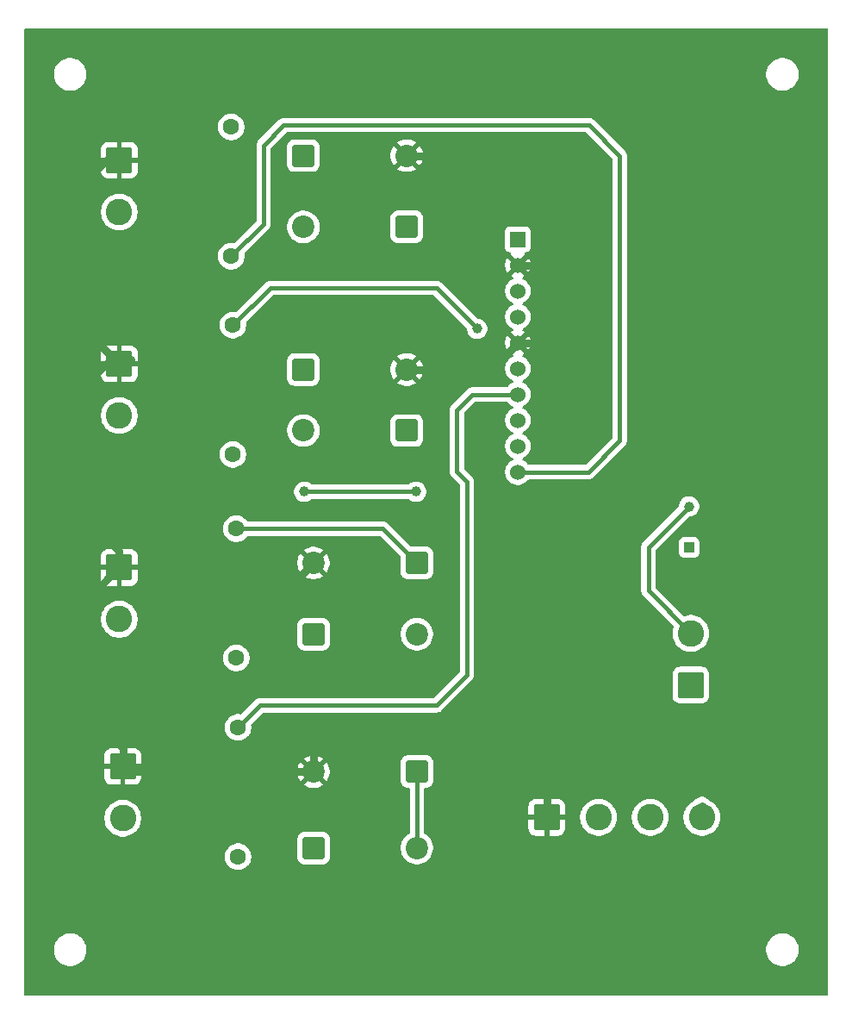
<source format=gbr>
%TF.GenerationSoftware,KiCad,Pcbnew,9.0.3*%
%TF.CreationDate,2025-07-29T12:02:24-04:00*%
%TF.ProjectId,resonet_board_square.kicad_pro,7265736f-6e65-4745-9f62-6f6172645f73,rev?*%
%TF.SameCoordinates,Original*%
%TF.FileFunction,Copper,L2,Bot*%
%TF.FilePolarity,Positive*%
%FSLAX46Y46*%
G04 Gerber Fmt 4.6, Leading zero omitted, Abs format (unit mm)*
G04 Created by KiCad (PCBNEW 9.0.3) date 2025-07-29 12:02:24*
%MOMM*%
%LPD*%
G01*
G04 APERTURE LIST*
G04 Aperture macros list*
%AMRoundRect*
0 Rectangle with rounded corners*
0 $1 Rounding radius*
0 $2 $3 $4 $5 $6 $7 $8 $9 X,Y pos of 4 corners*
0 Add a 4 corners polygon primitive as box body*
4,1,4,$2,$3,$4,$5,$6,$7,$8,$9,$2,$3,0*
0 Add four circle primitives for the rounded corners*
1,1,$1+$1,$2,$3*
1,1,$1+$1,$4,$5*
1,1,$1+$1,$6,$7*
1,1,$1+$1,$8,$9*
0 Add four rect primitives between the rounded corners*
20,1,$1+$1,$2,$3,$4,$5,0*
20,1,$1+$1,$4,$5,$6,$7,0*
20,1,$1+$1,$6,$7,$8,$9,0*
20,1,$1+$1,$8,$9,$2,$3,0*%
G04 Aperture macros list end*
%TA.AperFunction,ComponentPad*%
%ADD10C,2.600000*%
%TD*%
%TA.AperFunction,ComponentPad*%
%ADD11RoundRect,0.250000X-1.050000X1.050000X-1.050000X-1.050000X1.050000X-1.050000X1.050000X1.050000X0*%
%TD*%
%TA.AperFunction,ComponentPad*%
%ADD12C,1.600000*%
%TD*%
%TA.AperFunction,ComponentPad*%
%ADD13RoundRect,0.249999X-0.850001X-0.850001X0.850001X-0.850001X0.850001X0.850001X-0.850001X0.850001X0*%
%TD*%
%TA.AperFunction,ComponentPad*%
%ADD14C,2.200000*%
%TD*%
%TA.AperFunction,ComponentPad*%
%ADD15RoundRect,0.249999X0.850001X0.850001X-0.850001X0.850001X-0.850001X-0.850001X0.850001X-0.850001X0*%
%TD*%
%TA.AperFunction,ComponentPad*%
%ADD16R,1.000000X1.000000*%
%TD*%
%TA.AperFunction,ComponentPad*%
%ADD17R,1.524000X1.524000*%
%TD*%
%TA.AperFunction,ComponentPad*%
%ADD18C,1.524000*%
%TD*%
%TA.AperFunction,ComponentPad*%
%ADD19C,1.000000*%
%TD*%
%TA.AperFunction,ComponentPad*%
%ADD20RoundRect,0.250000X1.050000X-1.050000X1.050000X1.050000X-1.050000X1.050000X-1.050000X-1.050000X0*%
%TD*%
%TA.AperFunction,ComponentPad*%
%ADD21RoundRect,0.250000X-1.050000X-1.050000X1.050000X-1.050000X1.050000X1.050000X-1.050000X1.050000X0*%
%TD*%
%TA.AperFunction,ViaPad*%
%ADD22C,1.000000*%
%TD*%
%TA.AperFunction,Conductor*%
%ADD23C,0.400000*%
%TD*%
%TA.AperFunction,Conductor*%
%ADD24C,0.800000*%
%TD*%
G04 APERTURE END LIST*
D10*
X59827500Y-84535000D03*
D11*
X59827500Y-79455000D03*
D10*
X59827500Y-104535000D03*
D11*
X59827500Y-99455000D03*
D10*
X59827500Y-64535000D03*
D11*
X59827500Y-59455000D03*
D10*
X60172500Y-124080000D03*
D11*
X60172500Y-119000000D03*
D12*
X71000000Y-75650000D03*
X71000000Y-88350000D03*
X71500000Y-127850000D03*
X71500000Y-115150000D03*
D13*
X77920000Y-59000000D03*
D14*
X88080000Y-59000000D03*
D15*
X88080000Y-86000000D03*
D14*
X77920000Y-86000000D03*
D12*
X71327500Y-95650000D03*
X71327500Y-108350000D03*
D13*
X78920000Y-106000000D03*
D14*
X89080000Y-106000000D03*
D13*
X77920000Y-80000000D03*
D14*
X88080000Y-80000000D03*
D16*
X115827500Y-97455000D03*
D15*
X89080000Y-99000000D03*
D14*
X78920000Y-99000000D03*
D13*
X78920000Y-127000000D03*
D14*
X89080000Y-127000000D03*
D12*
X70827500Y-68885000D03*
X70827500Y-56185000D03*
D15*
X89080000Y-119500000D03*
D14*
X78920000Y-119500000D03*
D17*
X99000000Y-67220000D03*
D18*
X99000000Y-69760000D03*
X99000000Y-72300000D03*
X99000000Y-74840000D03*
X99000000Y-77380000D03*
X99000000Y-79920000D03*
X99000000Y-82460000D03*
X99000000Y-85000000D03*
X99000000Y-87540000D03*
X99000000Y-90080000D03*
D19*
X115827500Y-93455000D03*
D15*
X88080000Y-66000000D03*
D14*
X77920000Y-66000000D03*
D20*
X116000000Y-111000000D03*
D10*
X116000000Y-105920000D03*
D21*
X101840000Y-124000000D03*
D10*
X106920000Y-124000000D03*
X112000000Y-124000000D03*
X117080000Y-124000000D03*
D22*
X95000000Y-76000000D03*
X89000000Y-92000000D03*
X78000000Y-92000000D03*
D23*
X78000000Y-92000000D02*
X89000000Y-92000000D01*
X93000000Y-90000000D02*
X93000000Y-84000000D01*
X94540000Y-82460000D02*
X99000000Y-82460000D01*
X94000000Y-91000000D02*
X93000000Y-90000000D01*
X73650000Y-113000000D02*
X91000000Y-113000000D01*
X91000000Y-113000000D02*
X94000000Y-110000000D01*
X71500000Y-115150000D02*
X73650000Y-113000000D01*
X94000000Y-110000000D02*
X94000000Y-91000000D01*
X93000000Y-84000000D02*
X94540000Y-82460000D01*
D24*
X72000000Y-111000000D02*
X56542316Y-111000000D01*
X74000000Y-109000000D02*
X72000000Y-111000000D01*
X56542316Y-113542316D02*
X56542316Y-111000000D01*
X74000000Y-103920000D02*
X74000000Y-109000000D01*
X78920000Y-99000000D02*
X74000000Y-103920000D01*
X96380000Y-80000000D02*
X99000000Y-77380000D01*
X88080000Y-80000000D02*
X96380000Y-80000000D01*
X103000000Y-67520000D02*
X103000000Y-62000000D01*
D23*
X109000000Y-59000000D02*
X109000000Y-87000000D01*
X109000000Y-87000000D02*
X105920000Y-90080000D01*
X106000000Y-56000000D02*
X109000000Y-59000000D01*
X76000000Y-56000000D02*
X106000000Y-56000000D01*
X74000000Y-58000000D02*
X76000000Y-56000000D01*
X74000000Y-65712500D02*
X74000000Y-58000000D01*
X70827500Y-68885000D02*
X74000000Y-65712500D01*
D24*
X60172500Y-117172500D02*
X56542316Y-113542316D01*
X56542316Y-111000000D02*
X56542316Y-102740184D01*
X56542316Y-102740184D02*
X59827500Y-99455000D01*
X57000000Y-77000000D02*
X57372500Y-77000000D01*
X57000000Y-95000000D02*
X59827500Y-97827500D01*
X58545000Y-79455000D02*
X57000000Y-81000000D01*
X57000000Y-81000000D02*
X57000000Y-95000000D01*
X58545000Y-59455000D02*
X57000000Y-61000000D01*
X57000000Y-61000000D02*
X57000000Y-77000000D01*
X57372500Y-77000000D02*
X59827500Y-79455000D01*
X59827500Y-79455000D02*
X58545000Y-79455000D01*
X59827500Y-59455000D02*
X58545000Y-59455000D01*
X59827500Y-97827500D02*
X59827500Y-99455000D01*
X59827500Y-79455000D02*
X60545000Y-79455000D01*
X60672500Y-119500000D02*
X60172500Y-119000000D01*
X60172500Y-119000000D02*
X60172500Y-117172500D01*
X60545000Y-79455000D02*
X61000000Y-79000000D01*
X101840000Y-121840000D02*
X95000000Y-115000000D01*
X101840000Y-124000000D02*
X101840000Y-121840000D01*
D23*
X91000000Y-72000000D02*
X95000000Y-76000000D01*
X71000000Y-75650000D02*
X74650000Y-72000000D01*
X74650000Y-72000000D02*
X91000000Y-72000000D01*
X105920000Y-90080000D02*
X99000000Y-90080000D01*
X111827500Y-97455000D02*
X115827500Y-93455000D01*
X111827500Y-101747500D02*
X111827500Y-97455000D01*
X116000000Y-105920000D02*
X111827500Y-101747500D01*
X85730000Y-95650000D02*
X89080000Y-99000000D01*
X71327500Y-95650000D02*
X85730000Y-95650000D01*
D24*
X100620000Y-77380000D02*
X101260000Y-76740000D01*
X101260000Y-76740000D02*
X101260000Y-69260000D01*
X99000000Y-77380000D02*
X100620000Y-77380000D01*
X101260000Y-69260000D02*
X103000000Y-67520000D01*
D23*
X89080000Y-127000000D02*
X89080000Y-119500000D01*
D24*
X80000000Y-115000000D02*
X95000000Y-115000000D01*
X78920000Y-116080000D02*
X80000000Y-115000000D01*
X117080000Y-122880000D02*
X117080000Y-124000000D01*
X78920000Y-119500000D02*
X78920000Y-116080000D01*
X78920000Y-119500000D02*
X60672500Y-119500000D01*
X100760000Y-69760000D02*
X101260000Y-69260000D01*
X99000000Y-69760000D02*
X100760000Y-69760000D01*
X100000000Y-59000000D02*
X88080000Y-59000000D01*
X103000000Y-62000000D02*
X100000000Y-59000000D01*
%TA.AperFunction,Conductor*%
G36*
X129442539Y-46520185D02*
G01*
X129488294Y-46572989D01*
X129499500Y-46624500D01*
X129499500Y-141375500D01*
X129479815Y-141442539D01*
X129427011Y-141488294D01*
X129375500Y-141499500D01*
X50624500Y-141499500D01*
X50557461Y-141479815D01*
X50511706Y-141427011D01*
X50500500Y-141375500D01*
X50500500Y-136874038D01*
X53399500Y-136874038D01*
X53399500Y-137125961D01*
X53438910Y-137374785D01*
X53516760Y-137614383D01*
X53631132Y-137838848D01*
X53779201Y-138042649D01*
X53779205Y-138042654D01*
X53957345Y-138220794D01*
X53957350Y-138220798D01*
X54135117Y-138349952D01*
X54161155Y-138368870D01*
X54304184Y-138441747D01*
X54385616Y-138483239D01*
X54385618Y-138483239D01*
X54385621Y-138483241D01*
X54625215Y-138561090D01*
X54874038Y-138600500D01*
X54874039Y-138600500D01*
X55125961Y-138600500D01*
X55125962Y-138600500D01*
X55374785Y-138561090D01*
X55614379Y-138483241D01*
X55838845Y-138368870D01*
X56042656Y-138220793D01*
X56220793Y-138042656D01*
X56368870Y-137838845D01*
X56483241Y-137614379D01*
X56561090Y-137374785D01*
X56600500Y-137125962D01*
X56600500Y-136874038D01*
X123399500Y-136874038D01*
X123399500Y-137125961D01*
X123438910Y-137374785D01*
X123516760Y-137614383D01*
X123631132Y-137838848D01*
X123779201Y-138042649D01*
X123779205Y-138042654D01*
X123957345Y-138220794D01*
X123957350Y-138220798D01*
X124135117Y-138349952D01*
X124161155Y-138368870D01*
X124304184Y-138441747D01*
X124385616Y-138483239D01*
X124385618Y-138483239D01*
X124385621Y-138483241D01*
X124625215Y-138561090D01*
X124874038Y-138600500D01*
X124874039Y-138600500D01*
X125125961Y-138600500D01*
X125125962Y-138600500D01*
X125374785Y-138561090D01*
X125614379Y-138483241D01*
X125838845Y-138368870D01*
X126042656Y-138220793D01*
X126220793Y-138042656D01*
X126368870Y-137838845D01*
X126483241Y-137614379D01*
X126561090Y-137374785D01*
X126600500Y-137125962D01*
X126600500Y-136874038D01*
X126561090Y-136625215D01*
X126483241Y-136385621D01*
X126483239Y-136385618D01*
X126483239Y-136385616D01*
X126441747Y-136304184D01*
X126368870Y-136161155D01*
X126349952Y-136135117D01*
X126220798Y-135957350D01*
X126220794Y-135957345D01*
X126042654Y-135779205D01*
X126042649Y-135779201D01*
X125838848Y-135631132D01*
X125838847Y-135631131D01*
X125838845Y-135631130D01*
X125768747Y-135595413D01*
X125614383Y-135516760D01*
X125374785Y-135438910D01*
X125125962Y-135399500D01*
X124874038Y-135399500D01*
X124749626Y-135419205D01*
X124625214Y-135438910D01*
X124385616Y-135516760D01*
X124161151Y-135631132D01*
X123957350Y-135779201D01*
X123957345Y-135779205D01*
X123779205Y-135957345D01*
X123779201Y-135957350D01*
X123631132Y-136161151D01*
X123516760Y-136385616D01*
X123438910Y-136625214D01*
X123399500Y-136874038D01*
X56600500Y-136874038D01*
X56561090Y-136625215D01*
X56483241Y-136385621D01*
X56483239Y-136385618D01*
X56483239Y-136385616D01*
X56441747Y-136304184D01*
X56368870Y-136161155D01*
X56349952Y-136135117D01*
X56220798Y-135957350D01*
X56220794Y-135957345D01*
X56042654Y-135779205D01*
X56042649Y-135779201D01*
X55838848Y-135631132D01*
X55838847Y-135631131D01*
X55838845Y-135631130D01*
X55768747Y-135595413D01*
X55614383Y-135516760D01*
X55374785Y-135438910D01*
X55125962Y-135399500D01*
X54874038Y-135399500D01*
X54749626Y-135419205D01*
X54625214Y-135438910D01*
X54385616Y-135516760D01*
X54161151Y-135631132D01*
X53957350Y-135779201D01*
X53957345Y-135779205D01*
X53779205Y-135957345D01*
X53779201Y-135957350D01*
X53631132Y-136161151D01*
X53516760Y-136385616D01*
X53438910Y-136625214D01*
X53399500Y-136874038D01*
X50500500Y-136874038D01*
X50500500Y-127747648D01*
X70199500Y-127747648D01*
X70199500Y-127952351D01*
X70231522Y-128154534D01*
X70294781Y-128349223D01*
X70387715Y-128531613D01*
X70508028Y-128697213D01*
X70652786Y-128841971D01*
X70807749Y-128954556D01*
X70818390Y-128962287D01*
X70934607Y-129021503D01*
X71000776Y-129055218D01*
X71000778Y-129055218D01*
X71000781Y-129055220D01*
X71105137Y-129089127D01*
X71195465Y-129118477D01*
X71296557Y-129134488D01*
X71397648Y-129150500D01*
X71397649Y-129150500D01*
X71602351Y-129150500D01*
X71602352Y-129150500D01*
X71804534Y-129118477D01*
X71999219Y-129055220D01*
X72181610Y-128962287D01*
X72274590Y-128894732D01*
X72347213Y-128841971D01*
X72347215Y-128841968D01*
X72347219Y-128841966D01*
X72491966Y-128697219D01*
X72491968Y-128697215D01*
X72491971Y-128697213D01*
X72562236Y-128600500D01*
X72612287Y-128531610D01*
X72705220Y-128349219D01*
X72768477Y-128154534D01*
X72800500Y-127952352D01*
X72800500Y-127747648D01*
X72768477Y-127545466D01*
X72705220Y-127350781D01*
X72705218Y-127350778D01*
X72705218Y-127350776D01*
X72671503Y-127284607D01*
X72612287Y-127168390D01*
X72581461Y-127125961D01*
X72491971Y-127002786D01*
X72347213Y-126858028D01*
X72181613Y-126737715D01*
X72181612Y-126737714D01*
X72181610Y-126737713D01*
X72124653Y-126708691D01*
X71999223Y-126644781D01*
X71804534Y-126581522D01*
X71629995Y-126553878D01*
X71602352Y-126549500D01*
X71397648Y-126549500D01*
X71373329Y-126553351D01*
X71195465Y-126581522D01*
X71000776Y-126644781D01*
X70818386Y-126737715D01*
X70652786Y-126858028D01*
X70508028Y-127002786D01*
X70387715Y-127168386D01*
X70294781Y-127350776D01*
X70231522Y-127545465D01*
X70199500Y-127747648D01*
X50500500Y-127747648D01*
X50500500Y-126099982D01*
X77319500Y-126099982D01*
X77319500Y-127900017D01*
X77330000Y-128002796D01*
X77380281Y-128154534D01*
X77385186Y-128169335D01*
X77477288Y-128318656D01*
X77601344Y-128442712D01*
X77750665Y-128534814D01*
X77917202Y-128589999D01*
X78019990Y-128600500D01*
X78019995Y-128600500D01*
X79820005Y-128600500D01*
X79820010Y-128600500D01*
X79922798Y-128589999D01*
X80089335Y-128534814D01*
X80238656Y-128442712D01*
X80362712Y-128318656D01*
X80454814Y-128169335D01*
X80509999Y-128002798D01*
X80520500Y-127900010D01*
X80520500Y-126099990D01*
X80509999Y-125997202D01*
X80454814Y-125830665D01*
X80362712Y-125681344D01*
X80238656Y-125557288D01*
X80089335Y-125465186D01*
X79922798Y-125410001D01*
X79922796Y-125410000D01*
X79820017Y-125399500D01*
X79820010Y-125399500D01*
X78019990Y-125399500D01*
X78019982Y-125399500D01*
X77917203Y-125410000D01*
X77917202Y-125410001D01*
X77836971Y-125436587D01*
X77750667Y-125465185D01*
X77750662Y-125465187D01*
X77601342Y-125557289D01*
X77477289Y-125681342D01*
X77385187Y-125830662D01*
X77385185Y-125830667D01*
X77368673Y-125880498D01*
X77330001Y-125997202D01*
X77330001Y-125997203D01*
X77330000Y-125997203D01*
X77319500Y-126099982D01*
X50500500Y-126099982D01*
X50500500Y-123961995D01*
X58372000Y-123961995D01*
X58372000Y-124198004D01*
X58372001Y-124198020D01*
X58402806Y-124432010D01*
X58463894Y-124659993D01*
X58554214Y-124878045D01*
X58554219Y-124878056D01*
X58625177Y-125000957D01*
X58672227Y-125082450D01*
X58672229Y-125082453D01*
X58672230Y-125082454D01*
X58815906Y-125269697D01*
X58815912Y-125269704D01*
X58982795Y-125436587D01*
X58982801Y-125436592D01*
X59170050Y-125580273D01*
X59277510Y-125642315D01*
X59374443Y-125698280D01*
X59374448Y-125698282D01*
X59374451Y-125698284D01*
X59592507Y-125788606D01*
X59820486Y-125849693D01*
X60054489Y-125880500D01*
X60054496Y-125880500D01*
X60290504Y-125880500D01*
X60290511Y-125880500D01*
X60524514Y-125849693D01*
X60752493Y-125788606D01*
X60970549Y-125698284D01*
X61174950Y-125580273D01*
X61362199Y-125436592D01*
X61529092Y-125269699D01*
X61672773Y-125082450D01*
X61790784Y-124878049D01*
X61881106Y-124659993D01*
X61942193Y-124432014D01*
X61973000Y-124198011D01*
X61973000Y-123961989D01*
X61942193Y-123727986D01*
X61881106Y-123500007D01*
X61790784Y-123281951D01*
X61790782Y-123281948D01*
X61790780Y-123281943D01*
X61744591Y-123201943D01*
X61672773Y-123077550D01*
X61529092Y-122890301D01*
X61529087Y-122890295D01*
X61362204Y-122723412D01*
X61362197Y-122723406D01*
X61174954Y-122579730D01*
X61174953Y-122579729D01*
X61174950Y-122579727D01*
X61093457Y-122532677D01*
X60970556Y-122461719D01*
X60970545Y-122461714D01*
X60752493Y-122371394D01*
X60688481Y-122354242D01*
X60524514Y-122310307D01*
X60524513Y-122310306D01*
X60524510Y-122310306D01*
X60290520Y-122279501D01*
X60290517Y-122279500D01*
X60290511Y-122279500D01*
X60054489Y-122279500D01*
X60054483Y-122279500D01*
X60054479Y-122279501D01*
X59820489Y-122310306D01*
X59592506Y-122371394D01*
X59374454Y-122461714D01*
X59374443Y-122461719D01*
X59170045Y-122579730D01*
X58982802Y-122723406D01*
X58982795Y-122723412D01*
X58815912Y-122890295D01*
X58815906Y-122890302D01*
X58672230Y-123077545D01*
X58554219Y-123281943D01*
X58554214Y-123281954D01*
X58463894Y-123500006D01*
X58402806Y-123727989D01*
X58372001Y-123961979D01*
X58372000Y-123961995D01*
X50500500Y-123961995D01*
X50500500Y-117900013D01*
X58372500Y-117900013D01*
X58372500Y-118750000D01*
X59572499Y-118750000D01*
X59547479Y-118810402D01*
X59522500Y-118935981D01*
X59522500Y-119064019D01*
X59547479Y-119189598D01*
X59572499Y-119250000D01*
X58372501Y-119250000D01*
X58372501Y-120099986D01*
X58382994Y-120202697D01*
X58438141Y-120369119D01*
X58438143Y-120369124D01*
X58530184Y-120518345D01*
X58654154Y-120642315D01*
X58803375Y-120734356D01*
X58803380Y-120734358D01*
X58969802Y-120789505D01*
X58969809Y-120789506D01*
X59072519Y-120799999D01*
X59922499Y-120799999D01*
X59922500Y-120799998D01*
X59922500Y-119600001D01*
X59982902Y-119625021D01*
X60108481Y-119650000D01*
X60236519Y-119650000D01*
X60362098Y-119625021D01*
X60422500Y-119600001D01*
X60422500Y-120799999D01*
X61272472Y-120799999D01*
X61272486Y-120799998D01*
X61375197Y-120789505D01*
X61541619Y-120734358D01*
X61541624Y-120734356D01*
X61690844Y-120642316D01*
X61814815Y-120518345D01*
X61906856Y-120369124D01*
X61906858Y-120369119D01*
X61962005Y-120202697D01*
X61962006Y-120202690D01*
X61972499Y-120099986D01*
X61972500Y-120099973D01*
X61972500Y-119374071D01*
X77320000Y-119374071D01*
X77320000Y-119625928D01*
X77359397Y-119874669D01*
X77437219Y-120114184D01*
X77551557Y-120338583D01*
X77625748Y-120440697D01*
X77625748Y-120440698D01*
X78396212Y-119670234D01*
X78407482Y-119712292D01*
X78479890Y-119837708D01*
X78582292Y-119940110D01*
X78707708Y-120012518D01*
X78749765Y-120023787D01*
X77979300Y-120794250D01*
X78081416Y-120868442D01*
X78305815Y-120982780D01*
X78545330Y-121060602D01*
X78794072Y-121100000D01*
X79045928Y-121100000D01*
X79294669Y-121060602D01*
X79534184Y-120982780D01*
X79758575Y-120868446D01*
X79758581Y-120868442D01*
X79860697Y-120794250D01*
X79860698Y-120794250D01*
X79090234Y-120023787D01*
X79132292Y-120012518D01*
X79257708Y-119940110D01*
X79360110Y-119837708D01*
X79432518Y-119712292D01*
X79443787Y-119670235D01*
X80214250Y-120440698D01*
X80214250Y-120440697D01*
X80288442Y-120338581D01*
X80288446Y-120338575D01*
X80402780Y-120114184D01*
X80480602Y-119874669D01*
X80520000Y-119625928D01*
X80520000Y-119374071D01*
X80480602Y-119125330D01*
X80402780Y-118885815D01*
X80288442Y-118661416D01*
X80243807Y-118599982D01*
X87479500Y-118599982D01*
X87479500Y-120400017D01*
X87490000Y-120502796D01*
X87536232Y-120642315D01*
X87545186Y-120669335D01*
X87637288Y-120818656D01*
X87761344Y-120942712D01*
X87910665Y-121034814D01*
X88077202Y-121089999D01*
X88179990Y-121100500D01*
X88255500Y-121100500D01*
X88322539Y-121120185D01*
X88368294Y-121172989D01*
X88379500Y-121224500D01*
X88379500Y-125484651D01*
X88359815Y-125551690D01*
X88311796Y-125595135D01*
X88241153Y-125631130D01*
X88037350Y-125779201D01*
X88037345Y-125779205D01*
X87859205Y-125957345D01*
X87859201Y-125957350D01*
X87711132Y-126161151D01*
X87596760Y-126385616D01*
X87518910Y-126625214D01*
X87479500Y-126874038D01*
X87479500Y-127125961D01*
X87518910Y-127374785D01*
X87596760Y-127614383D01*
X87711132Y-127838848D01*
X87859201Y-128042649D01*
X87859205Y-128042654D01*
X88037345Y-128220794D01*
X88037350Y-128220798D01*
X88214108Y-128349219D01*
X88241155Y-128368870D01*
X88384184Y-128441747D01*
X88465616Y-128483239D01*
X88465618Y-128483239D01*
X88465621Y-128483241D01*
X88705215Y-128561090D01*
X88954038Y-128600500D01*
X88954039Y-128600500D01*
X89205961Y-128600500D01*
X89205962Y-128600500D01*
X89454785Y-128561090D01*
X89694379Y-128483241D01*
X89918845Y-128368870D01*
X90122656Y-128220793D01*
X90300793Y-128042656D01*
X90448870Y-127838845D01*
X90563241Y-127614379D01*
X90641090Y-127374785D01*
X90680500Y-127125962D01*
X90680500Y-126874038D01*
X90641090Y-126625215D01*
X90563241Y-126385621D01*
X90563239Y-126385618D01*
X90563239Y-126385616D01*
X90521747Y-126304184D01*
X90448870Y-126161155D01*
X90404425Y-126099982D01*
X90300798Y-125957350D01*
X90300794Y-125957345D01*
X90122654Y-125779205D01*
X90122649Y-125779201D01*
X89918846Y-125631130D01*
X89848204Y-125595135D01*
X89797408Y-125547160D01*
X89780500Y-125484651D01*
X89780500Y-122900013D01*
X100040000Y-122900013D01*
X100040000Y-123750000D01*
X101239999Y-123750000D01*
X101214979Y-123810402D01*
X101190000Y-123935981D01*
X101190000Y-124064019D01*
X101214979Y-124189598D01*
X101239999Y-124250000D01*
X100040001Y-124250000D01*
X100040001Y-125099986D01*
X100050494Y-125202697D01*
X100105641Y-125369119D01*
X100105643Y-125369124D01*
X100197684Y-125518345D01*
X100321654Y-125642315D01*
X100470875Y-125734356D01*
X100470880Y-125734358D01*
X100637302Y-125789505D01*
X100637309Y-125789506D01*
X100740019Y-125799999D01*
X101589999Y-125799999D01*
X101590000Y-125799998D01*
X101590000Y-124600001D01*
X101650402Y-124625021D01*
X101775981Y-124650000D01*
X101904019Y-124650000D01*
X102029598Y-124625021D01*
X102090000Y-124600001D01*
X102090000Y-125799999D01*
X102939972Y-125799999D01*
X102939986Y-125799998D01*
X103042697Y-125789505D01*
X103209119Y-125734358D01*
X103209124Y-125734356D01*
X103358345Y-125642315D01*
X103482315Y-125518345D01*
X103574356Y-125369124D01*
X103574358Y-125369119D01*
X103629505Y-125202697D01*
X103629506Y-125202690D01*
X103639999Y-125099986D01*
X103640000Y-125099973D01*
X103640000Y-124250000D01*
X102440001Y-124250000D01*
X102465021Y-124189598D01*
X102490000Y-124064019D01*
X102490000Y-123935981D01*
X102479262Y-123881995D01*
X105119500Y-123881995D01*
X105119500Y-124118004D01*
X105119501Y-124118020D01*
X105150306Y-124352010D01*
X105211394Y-124579993D01*
X105301714Y-124798045D01*
X105301719Y-124798056D01*
X105347904Y-124878049D01*
X105419727Y-125002450D01*
X105419729Y-125002453D01*
X105419730Y-125002454D01*
X105563406Y-125189697D01*
X105563412Y-125189704D01*
X105730295Y-125356587D01*
X105730302Y-125356593D01*
X105746633Y-125369124D01*
X105917550Y-125500273D01*
X105998761Y-125547160D01*
X106121943Y-125618280D01*
X106121948Y-125618282D01*
X106121951Y-125618284D01*
X106340007Y-125708606D01*
X106567986Y-125769693D01*
X106801989Y-125800500D01*
X106801996Y-125800500D01*
X107038004Y-125800500D01*
X107038011Y-125800500D01*
X107272014Y-125769693D01*
X107499993Y-125708606D01*
X107718049Y-125618284D01*
X107922450Y-125500273D01*
X108109699Y-125356592D01*
X108276592Y-125189699D01*
X108420273Y-125002450D01*
X108538284Y-124798049D01*
X108628606Y-124579993D01*
X108689693Y-124352014D01*
X108720500Y-124118011D01*
X108720500Y-123881995D01*
X110199500Y-123881995D01*
X110199500Y-124118004D01*
X110199501Y-124118020D01*
X110230306Y-124352010D01*
X110291394Y-124579993D01*
X110381714Y-124798045D01*
X110381719Y-124798056D01*
X110427904Y-124878049D01*
X110499727Y-125002450D01*
X110499729Y-125002453D01*
X110499730Y-125002454D01*
X110643406Y-125189697D01*
X110643412Y-125189704D01*
X110810295Y-125356587D01*
X110810302Y-125356593D01*
X110826633Y-125369124D01*
X110997550Y-125500273D01*
X111078761Y-125547160D01*
X111201943Y-125618280D01*
X111201948Y-125618282D01*
X111201951Y-125618284D01*
X111420007Y-125708606D01*
X111647986Y-125769693D01*
X111881989Y-125800500D01*
X111881996Y-125800500D01*
X112118004Y-125800500D01*
X112118011Y-125800500D01*
X112352014Y-125769693D01*
X112579993Y-125708606D01*
X112798049Y-125618284D01*
X113002450Y-125500273D01*
X113189699Y-125356592D01*
X113356592Y-125189699D01*
X113500273Y-125002450D01*
X113618284Y-124798049D01*
X113708606Y-124579993D01*
X113769693Y-124352014D01*
X113800500Y-124118011D01*
X113800500Y-123881995D01*
X115279500Y-123881995D01*
X115279500Y-124118004D01*
X115279501Y-124118020D01*
X115310306Y-124352010D01*
X115371394Y-124579993D01*
X115461714Y-124798045D01*
X115461719Y-124798056D01*
X115507904Y-124878049D01*
X115579727Y-125002450D01*
X115579729Y-125002453D01*
X115579730Y-125002454D01*
X115723406Y-125189697D01*
X115723412Y-125189704D01*
X115890295Y-125356587D01*
X115890302Y-125356593D01*
X115906633Y-125369124D01*
X116077550Y-125500273D01*
X116158761Y-125547160D01*
X116281943Y-125618280D01*
X116281948Y-125618282D01*
X116281951Y-125618284D01*
X116500007Y-125708606D01*
X116727986Y-125769693D01*
X116961989Y-125800500D01*
X116961996Y-125800500D01*
X117198004Y-125800500D01*
X117198011Y-125800500D01*
X117432014Y-125769693D01*
X117659993Y-125708606D01*
X117878049Y-125618284D01*
X118082450Y-125500273D01*
X118269699Y-125356592D01*
X118436592Y-125189699D01*
X118580273Y-125002450D01*
X118698284Y-124798049D01*
X118788606Y-124579993D01*
X118849693Y-124352014D01*
X118880500Y-124118011D01*
X118880500Y-123881989D01*
X118849693Y-123647986D01*
X118788606Y-123420007D01*
X118698284Y-123201951D01*
X118698282Y-123201948D01*
X118698280Y-123201943D01*
X118626458Y-123077545D01*
X118580273Y-122997550D01*
X118497978Y-122890301D01*
X118436593Y-122810302D01*
X118436587Y-122810295D01*
X118269704Y-122643412D01*
X118269697Y-122643406D01*
X118082454Y-122499730D01*
X118082453Y-122499729D01*
X118082450Y-122499727D01*
X117986043Y-122444066D01*
X117878059Y-122381721D01*
X117878050Y-122381716D01*
X117846470Y-122368635D01*
X117792068Y-122324792D01*
X117790824Y-122322966D01*
X117779464Y-122305964D01*
X117654038Y-122180538D01*
X117654034Y-122180535D01*
X117506553Y-122081990D01*
X117506540Y-122081983D01*
X117342667Y-122014106D01*
X117342658Y-122014103D01*
X117168694Y-121979500D01*
X117168691Y-121979500D01*
X116991309Y-121979500D01*
X116991306Y-121979500D01*
X116817341Y-122014103D01*
X116817332Y-122014106D01*
X116653459Y-122081983D01*
X116653446Y-122081990D01*
X116505966Y-122180534D01*
X116380533Y-122305968D01*
X116380531Y-122305971D01*
X116369172Y-122322970D01*
X116315558Y-122367773D01*
X116313530Y-122368634D01*
X116281957Y-122381713D01*
X116281940Y-122381721D01*
X116077545Y-122499730D01*
X115890302Y-122643406D01*
X115890295Y-122643412D01*
X115723412Y-122810295D01*
X115723406Y-122810302D01*
X115579730Y-122997545D01*
X115461719Y-123201943D01*
X115461714Y-123201954D01*
X115371394Y-123420006D01*
X115310306Y-123647989D01*
X115279501Y-123881979D01*
X115279500Y-123881995D01*
X113800500Y-123881995D01*
X113800500Y-123881989D01*
X113769693Y-123647986D01*
X113708606Y-123420007D01*
X113618284Y-123201951D01*
X113618282Y-123201948D01*
X113618280Y-123201943D01*
X113546458Y-123077545D01*
X113500273Y-122997550D01*
X113417978Y-122890301D01*
X113356593Y-122810302D01*
X113356587Y-122810295D01*
X113189704Y-122643412D01*
X113189697Y-122643406D01*
X113002454Y-122499730D01*
X113002453Y-122499729D01*
X113002450Y-122499727D01*
X112920957Y-122452677D01*
X112798056Y-122381719D01*
X112798045Y-122381714D01*
X112579993Y-122291394D01*
X112352010Y-122230306D01*
X112118020Y-122199501D01*
X112118017Y-122199500D01*
X112118011Y-122199500D01*
X111881989Y-122199500D01*
X111881983Y-122199500D01*
X111881979Y-122199501D01*
X111647989Y-122230306D01*
X111420006Y-122291394D01*
X111201954Y-122381714D01*
X111201943Y-122381719D01*
X110997545Y-122499730D01*
X110810302Y-122643406D01*
X110810295Y-122643412D01*
X110643412Y-122810295D01*
X110643406Y-122810302D01*
X110499730Y-122997545D01*
X110381719Y-123201943D01*
X110381714Y-123201954D01*
X110291394Y-123420006D01*
X110230306Y-123647989D01*
X110199501Y-123881979D01*
X110199500Y-123881995D01*
X108720500Y-123881995D01*
X108720500Y-123881989D01*
X108689693Y-123647986D01*
X108628606Y-123420007D01*
X108538284Y-123201951D01*
X108538282Y-123201948D01*
X108538280Y-123201943D01*
X108466458Y-123077545D01*
X108420273Y-122997550D01*
X108337978Y-122890301D01*
X108276593Y-122810302D01*
X108276587Y-122810295D01*
X108109704Y-122643412D01*
X108109697Y-122643406D01*
X107922454Y-122499730D01*
X107922453Y-122499729D01*
X107922450Y-122499727D01*
X107840957Y-122452677D01*
X107718056Y-122381719D01*
X107718045Y-122381714D01*
X107499993Y-122291394D01*
X107272010Y-122230306D01*
X107038020Y-122199501D01*
X107038017Y-122199500D01*
X107038011Y-122199500D01*
X106801989Y-122199500D01*
X106801983Y-122199500D01*
X106801979Y-122199501D01*
X106567989Y-122230306D01*
X106340006Y-122291394D01*
X106121954Y-122381714D01*
X106121943Y-122381719D01*
X105917545Y-122499730D01*
X105730302Y-122643406D01*
X105730295Y-122643412D01*
X105563412Y-122810295D01*
X105563406Y-122810302D01*
X105419730Y-122997545D01*
X105301719Y-123201943D01*
X105301714Y-123201954D01*
X105211394Y-123420006D01*
X105150306Y-123647989D01*
X105119501Y-123881979D01*
X105119500Y-123881995D01*
X102479262Y-123881995D01*
X102465021Y-123810402D01*
X102440001Y-123750000D01*
X103639999Y-123750000D01*
X103639999Y-122900028D01*
X103639998Y-122900013D01*
X103629505Y-122797302D01*
X103574358Y-122630880D01*
X103574356Y-122630875D01*
X103482315Y-122481654D01*
X103358345Y-122357684D01*
X103209124Y-122265643D01*
X103209119Y-122265641D01*
X103042697Y-122210494D01*
X103042690Y-122210493D01*
X102939986Y-122200000D01*
X102090000Y-122200000D01*
X102090000Y-123399998D01*
X102029598Y-123374979D01*
X101904019Y-123350000D01*
X101775981Y-123350000D01*
X101650402Y-123374979D01*
X101590000Y-123399998D01*
X101590000Y-122200000D01*
X100740028Y-122200000D01*
X100740012Y-122200001D01*
X100637302Y-122210494D01*
X100470880Y-122265641D01*
X100470875Y-122265643D01*
X100321654Y-122357684D01*
X100197684Y-122481654D01*
X100105643Y-122630875D01*
X100105641Y-122630880D01*
X100050494Y-122797302D01*
X100050493Y-122797309D01*
X100040000Y-122900013D01*
X89780500Y-122900013D01*
X89780500Y-121224500D01*
X89800185Y-121157461D01*
X89852989Y-121111706D01*
X89904500Y-121100500D01*
X89980005Y-121100500D01*
X89980010Y-121100500D01*
X90082798Y-121089999D01*
X90249335Y-121034814D01*
X90398656Y-120942712D01*
X90522712Y-120818656D01*
X90614814Y-120669335D01*
X90669999Y-120502798D01*
X90680500Y-120400010D01*
X90680500Y-118599990D01*
X90669999Y-118497202D01*
X90614814Y-118330665D01*
X90522712Y-118181344D01*
X90398656Y-118057288D01*
X90249335Y-117965186D01*
X90082798Y-117910001D01*
X90082796Y-117910000D01*
X89980017Y-117899500D01*
X89980010Y-117899500D01*
X88179990Y-117899500D01*
X88179982Y-117899500D01*
X88077203Y-117910000D01*
X88077202Y-117910001D01*
X87994669Y-117937349D01*
X87910667Y-117965185D01*
X87910662Y-117965187D01*
X87761342Y-118057289D01*
X87637289Y-118181342D01*
X87545187Y-118330662D01*
X87545186Y-118330665D01*
X87490001Y-118497202D01*
X87490001Y-118497203D01*
X87490000Y-118497203D01*
X87479500Y-118599982D01*
X80243807Y-118599982D01*
X80214250Y-118559301D01*
X80214250Y-118559300D01*
X79443787Y-119329764D01*
X79432518Y-119287708D01*
X79360110Y-119162292D01*
X79257708Y-119059890D01*
X79132292Y-118987482D01*
X79090232Y-118976212D01*
X79860698Y-118205748D01*
X79758583Y-118131557D01*
X79534184Y-118017219D01*
X79294669Y-117939397D01*
X79045928Y-117900000D01*
X78794072Y-117900000D01*
X78545330Y-117939397D01*
X78305815Y-118017219D01*
X78081413Y-118131559D01*
X77979301Y-118205747D01*
X77979300Y-118205748D01*
X78749765Y-118976212D01*
X78707708Y-118987482D01*
X78582292Y-119059890D01*
X78479890Y-119162292D01*
X78407482Y-119287708D01*
X78396212Y-119329765D01*
X77625748Y-118559300D01*
X77625747Y-118559301D01*
X77551559Y-118661413D01*
X77437219Y-118885815D01*
X77359397Y-119125330D01*
X77320000Y-119374071D01*
X61972500Y-119374071D01*
X61972500Y-119250000D01*
X60772501Y-119250000D01*
X60797521Y-119189598D01*
X60822500Y-119064019D01*
X60822500Y-118935981D01*
X60797521Y-118810402D01*
X60772501Y-118750000D01*
X61972499Y-118750000D01*
X61972499Y-117900028D01*
X61972498Y-117900013D01*
X61962005Y-117797302D01*
X61906858Y-117630880D01*
X61906856Y-117630875D01*
X61814815Y-117481654D01*
X61690845Y-117357684D01*
X61541624Y-117265643D01*
X61541619Y-117265641D01*
X61375197Y-117210494D01*
X61375190Y-117210493D01*
X61272486Y-117200000D01*
X60422500Y-117200000D01*
X60422500Y-118399998D01*
X60362098Y-118374979D01*
X60236519Y-118350000D01*
X60108481Y-118350000D01*
X59982902Y-118374979D01*
X59922500Y-118399998D01*
X59922500Y-117200000D01*
X59072528Y-117200000D01*
X59072512Y-117200001D01*
X58969802Y-117210494D01*
X58803380Y-117265641D01*
X58803375Y-117265643D01*
X58654154Y-117357684D01*
X58530184Y-117481654D01*
X58438143Y-117630875D01*
X58438141Y-117630880D01*
X58382994Y-117797302D01*
X58382993Y-117797309D01*
X58372500Y-117900013D01*
X50500500Y-117900013D01*
X50500500Y-108247648D01*
X70027000Y-108247648D01*
X70027000Y-108452351D01*
X70059022Y-108654534D01*
X70122281Y-108849223D01*
X70215215Y-109031613D01*
X70335528Y-109197213D01*
X70480286Y-109341971D01*
X70635249Y-109454556D01*
X70645890Y-109462287D01*
X70762107Y-109521503D01*
X70828276Y-109555218D01*
X70828278Y-109555218D01*
X70828281Y-109555220D01*
X70932637Y-109589127D01*
X71022965Y-109618477D01*
X71124057Y-109634488D01*
X71225148Y-109650500D01*
X71225149Y-109650500D01*
X71429851Y-109650500D01*
X71429852Y-109650500D01*
X71632034Y-109618477D01*
X71826719Y-109555220D01*
X72009110Y-109462287D01*
X72153629Y-109357289D01*
X72174713Y-109341971D01*
X72174715Y-109341968D01*
X72174719Y-109341966D01*
X72319466Y-109197219D01*
X72319468Y-109197215D01*
X72319471Y-109197213D01*
X72372232Y-109124590D01*
X72439787Y-109031610D01*
X72532720Y-108849219D01*
X72595977Y-108654534D01*
X72628000Y-108452352D01*
X72628000Y-108247648D01*
X72595977Y-108045466D01*
X72532720Y-107850781D01*
X72532718Y-107850778D01*
X72532718Y-107850776D01*
X72450641Y-107689693D01*
X72439787Y-107668390D01*
X72432056Y-107657749D01*
X72319471Y-107502786D01*
X72174713Y-107358028D01*
X72009113Y-107237715D01*
X72009112Y-107237714D01*
X72009110Y-107237713D01*
X71952153Y-107208691D01*
X71826723Y-107144781D01*
X71632034Y-107081522D01*
X71457495Y-107053878D01*
X71429852Y-107049500D01*
X71225148Y-107049500D01*
X71200829Y-107053351D01*
X71022965Y-107081522D01*
X70828276Y-107144781D01*
X70645886Y-107237715D01*
X70480286Y-107358028D01*
X70335528Y-107502786D01*
X70215215Y-107668386D01*
X70122281Y-107850776D01*
X70059022Y-108045465D01*
X70027000Y-108247648D01*
X50500500Y-108247648D01*
X50500500Y-104416995D01*
X58027000Y-104416995D01*
X58027000Y-104653004D01*
X58027001Y-104653020D01*
X58057806Y-104887010D01*
X58118894Y-105114993D01*
X58209214Y-105333045D01*
X58209219Y-105333056D01*
X58239568Y-105385621D01*
X58327227Y-105537450D01*
X58327229Y-105537453D01*
X58327230Y-105537454D01*
X58470906Y-105724697D01*
X58470912Y-105724704D01*
X58637795Y-105891587D01*
X58637801Y-105891592D01*
X58825050Y-106035273D01*
X58956418Y-106111118D01*
X59029443Y-106153280D01*
X59029448Y-106153282D01*
X59029451Y-106153284D01*
X59247507Y-106243606D01*
X59475486Y-106304693D01*
X59709489Y-106335500D01*
X59709496Y-106335500D01*
X59945504Y-106335500D01*
X59945511Y-106335500D01*
X60179514Y-106304693D01*
X60407493Y-106243606D01*
X60625549Y-106153284D01*
X60829950Y-106035273D01*
X61017199Y-105891592D01*
X61184092Y-105724699D01*
X61327773Y-105537450D01*
X61445784Y-105333049D01*
X61536106Y-105114993D01*
X61540128Y-105099982D01*
X77319500Y-105099982D01*
X77319500Y-106900017D01*
X77330000Y-107002796D01*
X77365426Y-107109704D01*
X77385186Y-107169335D01*
X77477288Y-107318656D01*
X77601344Y-107442712D01*
X77750665Y-107534814D01*
X77917202Y-107589999D01*
X78019990Y-107600500D01*
X78019995Y-107600500D01*
X79820005Y-107600500D01*
X79820010Y-107600500D01*
X79922798Y-107589999D01*
X80089335Y-107534814D01*
X80238656Y-107442712D01*
X80362712Y-107318656D01*
X80454814Y-107169335D01*
X80509999Y-107002798D01*
X80520500Y-106900010D01*
X80520500Y-105874038D01*
X87479500Y-105874038D01*
X87479500Y-106125962D01*
X87483828Y-106153285D01*
X87518910Y-106374785D01*
X87596760Y-106614383D01*
X87711132Y-106838848D01*
X87859201Y-107042649D01*
X87859205Y-107042654D01*
X88037345Y-107220794D01*
X88037350Y-107220798D01*
X88215117Y-107349952D01*
X88241155Y-107368870D01*
X88384184Y-107441747D01*
X88465616Y-107483239D01*
X88465618Y-107483239D01*
X88465621Y-107483241D01*
X88705215Y-107561090D01*
X88954038Y-107600500D01*
X88954039Y-107600500D01*
X89205961Y-107600500D01*
X89205962Y-107600500D01*
X89454785Y-107561090D01*
X89694379Y-107483241D01*
X89918845Y-107368870D01*
X90122656Y-107220793D01*
X90300793Y-107042656D01*
X90448870Y-106838845D01*
X90563241Y-106614379D01*
X90641090Y-106374785D01*
X90680500Y-106125962D01*
X90680500Y-105874038D01*
X90641090Y-105625215D01*
X90563241Y-105385621D01*
X90563239Y-105385618D01*
X90563239Y-105385616D01*
X90490295Y-105242457D01*
X90448870Y-105161155D01*
X90378820Y-105064739D01*
X90300798Y-104957350D01*
X90300794Y-104957345D01*
X90122654Y-104779205D01*
X90122649Y-104779201D01*
X89918848Y-104631132D01*
X89918847Y-104631131D01*
X89918845Y-104631130D01*
X89848747Y-104595413D01*
X89694383Y-104516760D01*
X89454785Y-104438910D01*
X89316319Y-104416979D01*
X89205962Y-104399500D01*
X88954038Y-104399500D01*
X88887738Y-104410001D01*
X88705214Y-104438910D01*
X88465616Y-104516760D01*
X88241151Y-104631132D01*
X88037350Y-104779201D01*
X88037345Y-104779205D01*
X87859205Y-104957345D01*
X87859201Y-104957350D01*
X87711132Y-105161151D01*
X87596760Y-105385616D01*
X87518910Y-105625214D01*
X87490911Y-105801995D01*
X87479500Y-105874038D01*
X80520500Y-105874038D01*
X80520500Y-105099990D01*
X80509999Y-104997202D01*
X80454814Y-104830665D01*
X80362712Y-104681344D01*
X80238656Y-104557288D01*
X80089335Y-104465186D01*
X79922798Y-104410001D01*
X79922796Y-104410000D01*
X79820017Y-104399500D01*
X79820010Y-104399500D01*
X78019990Y-104399500D01*
X78019982Y-104399500D01*
X77917203Y-104410000D01*
X77917202Y-104410001D01*
X77834669Y-104437349D01*
X77750667Y-104465185D01*
X77750662Y-104465187D01*
X77601342Y-104557289D01*
X77477289Y-104681342D01*
X77385187Y-104830662D01*
X77385186Y-104830665D01*
X77330001Y-104997202D01*
X77330001Y-104997203D01*
X77330000Y-104997203D01*
X77319500Y-105099982D01*
X61540128Y-105099982D01*
X61597193Y-104887014D01*
X61628000Y-104653011D01*
X61628000Y-104416989D01*
X61597193Y-104182986D01*
X61536106Y-103955007D01*
X61445784Y-103736951D01*
X61445782Y-103736948D01*
X61445780Y-103736943D01*
X61403618Y-103663918D01*
X61327773Y-103532550D01*
X61184092Y-103345301D01*
X61184087Y-103345295D01*
X61017204Y-103178412D01*
X61017197Y-103178406D01*
X60829954Y-103034730D01*
X60829953Y-103034729D01*
X60829950Y-103034727D01*
X60748457Y-102987677D01*
X60625556Y-102916719D01*
X60625545Y-102916714D01*
X60407493Y-102826394D01*
X60179510Y-102765306D01*
X59945520Y-102734501D01*
X59945517Y-102734500D01*
X59945511Y-102734500D01*
X59709489Y-102734500D01*
X59709483Y-102734500D01*
X59709479Y-102734501D01*
X59475489Y-102765306D01*
X59247506Y-102826394D01*
X59029454Y-102916714D01*
X59029443Y-102916719D01*
X58825045Y-103034730D01*
X58637802Y-103178406D01*
X58637795Y-103178412D01*
X58470912Y-103345295D01*
X58470906Y-103345302D01*
X58327230Y-103532545D01*
X58209219Y-103736943D01*
X58209214Y-103736954D01*
X58118894Y-103955006D01*
X58057806Y-104182989D01*
X58027001Y-104416979D01*
X58027000Y-104416995D01*
X50500500Y-104416995D01*
X50500500Y-98355013D01*
X58027500Y-98355013D01*
X58027500Y-99205000D01*
X59227499Y-99205000D01*
X59202479Y-99265402D01*
X59177500Y-99390981D01*
X59177500Y-99519019D01*
X59202479Y-99644598D01*
X59227499Y-99705000D01*
X58027501Y-99705000D01*
X58027501Y-100554986D01*
X58037994Y-100657697D01*
X58093141Y-100824119D01*
X58093143Y-100824124D01*
X58185184Y-100973345D01*
X58309154Y-101097315D01*
X58458375Y-101189356D01*
X58458380Y-101189358D01*
X58624802Y-101244505D01*
X58624809Y-101244506D01*
X58727519Y-101254999D01*
X59577499Y-101254999D01*
X59577500Y-101254998D01*
X59577500Y-100055001D01*
X59637902Y-100080021D01*
X59763481Y-100105000D01*
X59891519Y-100105000D01*
X60017098Y-100080021D01*
X60077500Y-100055001D01*
X60077500Y-101254999D01*
X60927472Y-101254999D01*
X60927486Y-101254998D01*
X61030197Y-101244505D01*
X61196619Y-101189358D01*
X61196624Y-101189356D01*
X61345845Y-101097315D01*
X61469815Y-100973345D01*
X61561856Y-100824124D01*
X61561858Y-100824119D01*
X61617005Y-100657697D01*
X61617006Y-100657690D01*
X61627499Y-100554986D01*
X61627500Y-100554973D01*
X61627500Y-99705000D01*
X60427501Y-99705000D01*
X60452521Y-99644598D01*
X60477500Y-99519019D01*
X60477500Y-99390981D01*
X60452521Y-99265402D01*
X60427501Y-99205000D01*
X61627499Y-99205000D01*
X61627499Y-98874071D01*
X77320000Y-98874071D01*
X77320000Y-99125928D01*
X77359397Y-99374669D01*
X77437219Y-99614184D01*
X77551557Y-99838583D01*
X77625748Y-99940697D01*
X77625748Y-99940698D01*
X78396212Y-99170234D01*
X78407482Y-99212292D01*
X78479890Y-99337708D01*
X78582292Y-99440110D01*
X78707708Y-99512518D01*
X78749765Y-99523787D01*
X77979300Y-100294250D01*
X78081416Y-100368442D01*
X78305815Y-100482780D01*
X78545330Y-100560602D01*
X78794072Y-100600000D01*
X79045928Y-100600000D01*
X79294669Y-100560602D01*
X79534184Y-100482780D01*
X79758575Y-100368446D01*
X79758581Y-100368442D01*
X79860697Y-100294250D01*
X79860698Y-100294250D01*
X79090234Y-99523787D01*
X79132292Y-99512518D01*
X79257708Y-99440110D01*
X79360110Y-99337708D01*
X79432518Y-99212292D01*
X79443787Y-99170235D01*
X80214250Y-99940698D01*
X80214250Y-99940697D01*
X80288442Y-99838581D01*
X80288446Y-99838575D01*
X80402780Y-99614184D01*
X80480602Y-99374669D01*
X80520000Y-99125928D01*
X80520000Y-98874071D01*
X80480602Y-98625330D01*
X80402780Y-98385815D01*
X80288442Y-98161416D01*
X80214250Y-98059301D01*
X80214250Y-98059300D01*
X79443787Y-98829764D01*
X79432518Y-98787708D01*
X79360110Y-98662292D01*
X79257708Y-98559890D01*
X79132292Y-98487482D01*
X79090232Y-98476212D01*
X79860698Y-97705748D01*
X79758583Y-97631557D01*
X79534184Y-97517219D01*
X79294669Y-97439397D01*
X79045928Y-97400000D01*
X78794072Y-97400000D01*
X78545330Y-97439397D01*
X78305815Y-97517219D01*
X78081413Y-97631559D01*
X77979301Y-97705747D01*
X77979300Y-97705748D01*
X78749765Y-98476212D01*
X78707708Y-98487482D01*
X78582292Y-98559890D01*
X78479890Y-98662292D01*
X78407482Y-98787708D01*
X78396212Y-98829765D01*
X77625748Y-98059300D01*
X77625747Y-98059301D01*
X77551559Y-98161413D01*
X77437219Y-98385815D01*
X77359397Y-98625330D01*
X77320000Y-98874071D01*
X61627499Y-98874071D01*
X61627499Y-98355028D01*
X61627498Y-98355013D01*
X61617005Y-98252302D01*
X61561858Y-98085880D01*
X61561856Y-98085875D01*
X61469815Y-97936654D01*
X61345845Y-97812684D01*
X61196624Y-97720643D01*
X61196619Y-97720641D01*
X61030197Y-97665494D01*
X61030190Y-97665493D01*
X60927486Y-97655000D01*
X60077500Y-97655000D01*
X60077500Y-98854998D01*
X60017098Y-98829979D01*
X59891519Y-98805000D01*
X59763481Y-98805000D01*
X59637902Y-98829979D01*
X59577500Y-98854998D01*
X59577500Y-97655000D01*
X58727528Y-97655000D01*
X58727512Y-97655001D01*
X58624802Y-97665494D01*
X58458380Y-97720641D01*
X58458375Y-97720643D01*
X58309154Y-97812684D01*
X58185184Y-97936654D01*
X58093143Y-98085875D01*
X58093141Y-98085880D01*
X58037994Y-98252302D01*
X58037993Y-98252309D01*
X58027500Y-98355013D01*
X50500500Y-98355013D01*
X50500500Y-95547648D01*
X70027000Y-95547648D01*
X70027000Y-95752351D01*
X70059022Y-95954534D01*
X70122281Y-96149223D01*
X70215215Y-96331613D01*
X70335528Y-96497213D01*
X70480286Y-96641971D01*
X70635249Y-96754556D01*
X70645890Y-96762287D01*
X70762107Y-96821503D01*
X70828276Y-96855218D01*
X70828278Y-96855218D01*
X70828281Y-96855220D01*
X70932637Y-96889127D01*
X71022965Y-96918477D01*
X71124057Y-96934488D01*
X71225148Y-96950500D01*
X71225149Y-96950500D01*
X71429851Y-96950500D01*
X71429852Y-96950500D01*
X71632034Y-96918477D01*
X71826719Y-96855220D01*
X72009110Y-96762287D01*
X72102090Y-96694732D01*
X72174713Y-96641971D01*
X72174715Y-96641968D01*
X72174719Y-96641966D01*
X72319466Y-96497219D01*
X72388925Y-96401615D01*
X72444255Y-96358949D01*
X72489244Y-96350500D01*
X85388481Y-96350500D01*
X85455520Y-96370185D01*
X85476162Y-96386819D01*
X87443181Y-98353837D01*
X87476666Y-98415160D01*
X87479500Y-98441518D01*
X87479500Y-99900017D01*
X87490000Y-100002796D01*
X87515590Y-100080021D01*
X87545186Y-100169335D01*
X87637288Y-100318656D01*
X87761344Y-100442712D01*
X87910665Y-100534814D01*
X88077202Y-100589999D01*
X88179990Y-100600500D01*
X88179995Y-100600500D01*
X89980005Y-100600500D01*
X89980010Y-100600500D01*
X90082798Y-100589999D01*
X90249335Y-100534814D01*
X90398656Y-100442712D01*
X90522712Y-100318656D01*
X90614814Y-100169335D01*
X90669999Y-100002798D01*
X90680500Y-99900010D01*
X90680500Y-98099990D01*
X90669999Y-97997202D01*
X90614814Y-97830665D01*
X90522712Y-97681344D01*
X90398656Y-97557288D01*
X90249335Y-97465186D01*
X90082798Y-97410001D01*
X90082796Y-97410000D01*
X89980017Y-97399500D01*
X89980010Y-97399500D01*
X88521518Y-97399500D01*
X88454479Y-97379815D01*
X88433837Y-97363181D01*
X86176546Y-95105888D01*
X86176545Y-95105887D01*
X86061807Y-95029222D01*
X85934332Y-94976421D01*
X85934322Y-94976418D01*
X85798996Y-94949500D01*
X85798994Y-94949500D01*
X85798993Y-94949500D01*
X72489244Y-94949500D01*
X72422205Y-94929815D01*
X72388925Y-94898384D01*
X72319469Y-94802784D01*
X72174713Y-94658028D01*
X72009113Y-94537715D01*
X72009112Y-94537714D01*
X72009110Y-94537713D01*
X71952153Y-94508691D01*
X71826723Y-94444781D01*
X71632034Y-94381522D01*
X71457495Y-94353878D01*
X71429852Y-94349500D01*
X71225148Y-94349500D01*
X71200829Y-94353351D01*
X71022965Y-94381522D01*
X70828276Y-94444781D01*
X70645886Y-94537715D01*
X70480286Y-94658028D01*
X70335528Y-94802786D01*
X70215215Y-94968386D01*
X70122281Y-95150776D01*
X70059022Y-95345465D01*
X70027000Y-95547648D01*
X50500500Y-95547648D01*
X50500500Y-92098543D01*
X76999499Y-92098543D01*
X77037947Y-92291829D01*
X77037950Y-92291839D01*
X77113364Y-92473907D01*
X77113371Y-92473920D01*
X77222860Y-92637781D01*
X77222863Y-92637785D01*
X77362214Y-92777136D01*
X77362218Y-92777139D01*
X77526079Y-92886628D01*
X77526092Y-92886635D01*
X77708160Y-92962049D01*
X77708165Y-92962051D01*
X77708169Y-92962051D01*
X77708170Y-92962052D01*
X77901456Y-93000500D01*
X77901459Y-93000500D01*
X78098543Y-93000500D01*
X78228582Y-92974632D01*
X78291835Y-92962051D01*
X78473914Y-92886632D01*
X78637782Y-92777139D01*
X78678101Y-92736820D01*
X78739424Y-92703334D01*
X78765783Y-92700500D01*
X88234217Y-92700500D01*
X88301256Y-92720185D01*
X88321899Y-92736820D01*
X88362214Y-92777136D01*
X88362218Y-92777139D01*
X88526079Y-92886628D01*
X88526092Y-92886635D01*
X88708160Y-92962049D01*
X88708165Y-92962051D01*
X88708169Y-92962051D01*
X88708170Y-92962052D01*
X88901456Y-93000500D01*
X88901459Y-93000500D01*
X89098543Y-93000500D01*
X89228582Y-92974632D01*
X89291835Y-92962051D01*
X89473914Y-92886632D01*
X89637782Y-92777139D01*
X89777139Y-92637782D01*
X89886632Y-92473914D01*
X89894674Y-92454500D01*
X89962049Y-92291839D01*
X89962051Y-92291835D01*
X90000500Y-92098541D01*
X90000500Y-91901459D01*
X90000500Y-91901456D01*
X89962052Y-91708170D01*
X89962051Y-91708169D01*
X89962051Y-91708165D01*
X89962049Y-91708160D01*
X89886635Y-91526092D01*
X89886628Y-91526079D01*
X89777139Y-91362218D01*
X89777136Y-91362214D01*
X89637785Y-91222863D01*
X89637781Y-91222860D01*
X89473920Y-91113371D01*
X89473907Y-91113364D01*
X89291839Y-91037950D01*
X89291829Y-91037947D01*
X89098543Y-90999500D01*
X89098541Y-90999500D01*
X88901459Y-90999500D01*
X88901457Y-90999500D01*
X88708170Y-91037947D01*
X88708160Y-91037950D01*
X88526092Y-91113364D01*
X88526079Y-91113371D01*
X88362218Y-91222860D01*
X88362214Y-91222863D01*
X88321899Y-91263180D01*
X88260576Y-91296666D01*
X88234217Y-91299500D01*
X78765783Y-91299500D01*
X78698744Y-91279815D01*
X78678101Y-91263180D01*
X78637785Y-91222863D01*
X78637781Y-91222860D01*
X78473920Y-91113371D01*
X78473907Y-91113364D01*
X78291839Y-91037950D01*
X78291829Y-91037947D01*
X78098543Y-90999500D01*
X78098541Y-90999500D01*
X77901459Y-90999500D01*
X77901457Y-90999500D01*
X77708170Y-91037947D01*
X77708160Y-91037950D01*
X77526092Y-91113364D01*
X77526079Y-91113371D01*
X77362218Y-91222860D01*
X77362214Y-91222863D01*
X77222863Y-91362214D01*
X77222860Y-91362218D01*
X77113371Y-91526079D01*
X77113364Y-91526092D01*
X77037950Y-91708160D01*
X77037947Y-91708170D01*
X76999500Y-91901456D01*
X76999500Y-91901459D01*
X76999500Y-92098541D01*
X76999500Y-92098543D01*
X76999499Y-92098543D01*
X50500500Y-92098543D01*
X50500500Y-88247648D01*
X69699500Y-88247648D01*
X69699500Y-88452351D01*
X69731522Y-88654534D01*
X69794781Y-88849223D01*
X69858691Y-88974653D01*
X69871715Y-89000213D01*
X69887715Y-89031613D01*
X70008028Y-89197213D01*
X70152786Y-89341971D01*
X70307749Y-89454556D01*
X70318390Y-89462287D01*
X70434607Y-89521503D01*
X70500776Y-89555218D01*
X70500778Y-89555218D01*
X70500781Y-89555220D01*
X70605137Y-89589127D01*
X70695465Y-89618477D01*
X70796557Y-89634488D01*
X70897648Y-89650500D01*
X70897649Y-89650500D01*
X71102351Y-89650500D01*
X71102352Y-89650500D01*
X71304534Y-89618477D01*
X71499219Y-89555220D01*
X71681610Y-89462287D01*
X71774590Y-89394732D01*
X71847213Y-89341971D01*
X71847215Y-89341968D01*
X71847219Y-89341966D01*
X71991966Y-89197219D01*
X71991968Y-89197215D01*
X71991971Y-89197213D01*
X72050234Y-89117019D01*
X72112287Y-89031610D01*
X72205220Y-88849219D01*
X72268477Y-88654534D01*
X72300500Y-88452352D01*
X72300500Y-88247648D01*
X72268477Y-88045465D01*
X72205218Y-87850776D01*
X72171503Y-87784607D01*
X72112287Y-87668390D01*
X72104556Y-87657749D01*
X71991971Y-87502786D01*
X71847213Y-87358028D01*
X71681613Y-87237715D01*
X71681612Y-87237714D01*
X71681610Y-87237713D01*
X71616077Y-87204322D01*
X71499223Y-87144781D01*
X71304534Y-87081522D01*
X71129995Y-87053878D01*
X71102352Y-87049500D01*
X70897648Y-87049500D01*
X70873329Y-87053351D01*
X70695465Y-87081522D01*
X70500776Y-87144781D01*
X70318386Y-87237715D01*
X70152786Y-87358028D01*
X70008028Y-87502786D01*
X69887715Y-87668386D01*
X69794781Y-87850776D01*
X69731522Y-88045465D01*
X69699500Y-88247648D01*
X50500500Y-88247648D01*
X50500500Y-84416995D01*
X58027000Y-84416995D01*
X58027000Y-84653004D01*
X58027001Y-84653020D01*
X58057806Y-84887010D01*
X58118894Y-85114993D01*
X58209214Y-85333045D01*
X58209219Y-85333056D01*
X58239568Y-85385621D01*
X58327227Y-85537450D01*
X58327229Y-85537453D01*
X58327230Y-85537454D01*
X58470906Y-85724697D01*
X58470912Y-85724704D01*
X58637795Y-85891587D01*
X58637801Y-85891592D01*
X58825050Y-86035273D01*
X58956418Y-86111118D01*
X59029443Y-86153280D01*
X59029448Y-86153282D01*
X59029451Y-86153284D01*
X59247507Y-86243606D01*
X59475486Y-86304693D01*
X59709489Y-86335500D01*
X59709496Y-86335500D01*
X59945504Y-86335500D01*
X59945511Y-86335500D01*
X60179514Y-86304693D01*
X60407493Y-86243606D01*
X60625549Y-86153284D01*
X60829950Y-86035273D01*
X61017199Y-85891592D01*
X61034753Y-85874038D01*
X76319500Y-85874038D01*
X76319500Y-86125962D01*
X76347808Y-86304693D01*
X76358910Y-86374785D01*
X76436760Y-86614383D01*
X76551132Y-86838848D01*
X76699201Y-87042649D01*
X76699205Y-87042654D01*
X76877345Y-87220794D01*
X76877350Y-87220798D01*
X77055117Y-87349952D01*
X77081155Y-87368870D01*
X77222010Y-87440639D01*
X77305616Y-87483239D01*
X77305618Y-87483239D01*
X77305621Y-87483241D01*
X77545215Y-87561090D01*
X77794038Y-87600500D01*
X77794039Y-87600500D01*
X78045961Y-87600500D01*
X78045962Y-87600500D01*
X78294785Y-87561090D01*
X78534379Y-87483241D01*
X78758845Y-87368870D01*
X78962656Y-87220793D01*
X79140793Y-87042656D01*
X79288870Y-86838845D01*
X79403241Y-86614379D01*
X79481090Y-86374785D01*
X79520500Y-86125962D01*
X79520500Y-85874038D01*
X79481090Y-85625215D01*
X79403241Y-85385621D01*
X79403239Y-85385618D01*
X79403239Y-85385616D01*
X79288869Y-85161154D01*
X79288865Y-85161148D01*
X79244426Y-85099982D01*
X86479500Y-85099982D01*
X86479500Y-86900017D01*
X86490000Y-87002796D01*
X86516088Y-87081523D01*
X86545186Y-87169335D01*
X86637288Y-87318656D01*
X86761344Y-87442712D01*
X86910665Y-87534814D01*
X87077202Y-87589999D01*
X87179990Y-87600500D01*
X87179995Y-87600500D01*
X88980005Y-87600500D01*
X88980010Y-87600500D01*
X89082798Y-87589999D01*
X89249335Y-87534814D01*
X89398656Y-87442712D01*
X89522712Y-87318656D01*
X89614814Y-87169335D01*
X89669999Y-87002798D01*
X89680500Y-86900010D01*
X89680500Y-85099990D01*
X89669999Y-84997202D01*
X89614814Y-84830665D01*
X89522712Y-84681344D01*
X89398656Y-84557288D01*
X89249335Y-84465186D01*
X89082798Y-84410001D01*
X89082796Y-84410000D01*
X88980017Y-84399500D01*
X88980010Y-84399500D01*
X87179990Y-84399500D01*
X87179982Y-84399500D01*
X87077203Y-84410000D01*
X87077202Y-84410001D01*
X87056114Y-84416989D01*
X86910667Y-84465185D01*
X86910662Y-84465187D01*
X86761342Y-84557289D01*
X86637289Y-84681342D01*
X86545187Y-84830662D01*
X86545186Y-84830665D01*
X86490001Y-84997202D01*
X86490001Y-84997203D01*
X86490000Y-84997203D01*
X86479500Y-85099982D01*
X79244426Y-85099982D01*
X79140798Y-84957350D01*
X79140794Y-84957345D01*
X78962654Y-84779205D01*
X78962649Y-84779201D01*
X78758848Y-84631132D01*
X78758847Y-84631131D01*
X78758845Y-84631130D01*
X78688747Y-84595413D01*
X78534383Y-84516760D01*
X78294785Y-84438910D01*
X78156319Y-84416979D01*
X78045962Y-84399500D01*
X77794038Y-84399500D01*
X77727738Y-84410001D01*
X77545214Y-84438910D01*
X77305616Y-84516760D01*
X77081151Y-84631132D01*
X76877350Y-84779201D01*
X76877345Y-84779205D01*
X76699205Y-84957345D01*
X76699201Y-84957350D01*
X76551132Y-85161151D01*
X76436760Y-85385616D01*
X76387425Y-85537454D01*
X76358910Y-85625215D01*
X76319500Y-85874038D01*
X61034753Y-85874038D01*
X61127307Y-85781485D01*
X61184087Y-85724704D01*
X61184092Y-85724699D01*
X61327773Y-85537450D01*
X61445784Y-85333049D01*
X61536106Y-85114993D01*
X61597193Y-84887014D01*
X61628000Y-84653011D01*
X61628000Y-84416989D01*
X61597193Y-84182986D01*
X61536106Y-83955007D01*
X61445784Y-83736951D01*
X61445782Y-83736948D01*
X61445780Y-83736943D01*
X61400521Y-83658554D01*
X61327773Y-83532550D01*
X61184092Y-83345301D01*
X61184087Y-83345295D01*
X61017204Y-83178412D01*
X61017197Y-83178406D01*
X60829954Y-83034730D01*
X60829953Y-83034729D01*
X60829950Y-83034727D01*
X60748457Y-82987677D01*
X60625556Y-82916719D01*
X60625545Y-82916714D01*
X60407493Y-82826394D01*
X60179510Y-82765306D01*
X59945520Y-82734501D01*
X59945517Y-82734500D01*
X59945511Y-82734500D01*
X59709489Y-82734500D01*
X59709483Y-82734500D01*
X59709479Y-82734501D01*
X59475489Y-82765306D01*
X59247506Y-82826394D01*
X59029454Y-82916714D01*
X59029443Y-82916719D01*
X58825045Y-83034730D01*
X58637802Y-83178406D01*
X58637795Y-83178412D01*
X58470912Y-83345295D01*
X58470906Y-83345302D01*
X58327230Y-83532545D01*
X58209219Y-83736943D01*
X58209214Y-83736954D01*
X58118894Y-83955006D01*
X58057806Y-84182989D01*
X58027001Y-84416979D01*
X58027000Y-84416995D01*
X50500500Y-84416995D01*
X50500500Y-78355013D01*
X58027500Y-78355013D01*
X58027500Y-79205000D01*
X59227499Y-79205000D01*
X59202479Y-79265402D01*
X59177500Y-79390981D01*
X59177500Y-79519019D01*
X59202479Y-79644598D01*
X59227499Y-79705000D01*
X58027501Y-79705000D01*
X58027501Y-80554986D01*
X58037994Y-80657697D01*
X58093141Y-80824119D01*
X58093143Y-80824124D01*
X58185184Y-80973345D01*
X58309154Y-81097315D01*
X58458375Y-81189356D01*
X58458380Y-81189358D01*
X58624802Y-81244505D01*
X58624809Y-81244506D01*
X58727519Y-81254999D01*
X59577499Y-81254999D01*
X59577500Y-81254998D01*
X59577500Y-80055001D01*
X59637902Y-80080021D01*
X59763481Y-80105000D01*
X59891519Y-80105000D01*
X60017098Y-80080021D01*
X60077500Y-80055001D01*
X60077500Y-81254999D01*
X60927472Y-81254999D01*
X60927486Y-81254998D01*
X61030197Y-81244505D01*
X61196619Y-81189358D01*
X61196624Y-81189356D01*
X61345845Y-81097315D01*
X61469815Y-80973345D01*
X61561856Y-80824124D01*
X61561858Y-80824119D01*
X61617005Y-80657697D01*
X61617006Y-80657690D01*
X61627499Y-80554986D01*
X61627500Y-80554973D01*
X61627500Y-79705000D01*
X60427501Y-79705000D01*
X60452521Y-79644598D01*
X60477500Y-79519019D01*
X60477500Y-79390981D01*
X60452521Y-79265402D01*
X60427501Y-79205000D01*
X61627499Y-79205000D01*
X61627499Y-79099982D01*
X76319500Y-79099982D01*
X76319500Y-80900017D01*
X76330000Y-81002796D01*
X76361321Y-81097315D01*
X76385186Y-81169335D01*
X76477288Y-81318656D01*
X76601344Y-81442712D01*
X76750665Y-81534814D01*
X76917202Y-81589999D01*
X77019990Y-81600500D01*
X77019995Y-81600500D01*
X78820005Y-81600500D01*
X78820010Y-81600500D01*
X78922798Y-81589999D01*
X79089335Y-81534814D01*
X79238656Y-81442712D01*
X79362712Y-81318656D01*
X79454814Y-81169335D01*
X79509999Y-81002798D01*
X79520500Y-80900010D01*
X79520500Y-79874071D01*
X86480000Y-79874071D01*
X86480000Y-80125928D01*
X86519397Y-80374669D01*
X86597219Y-80614184D01*
X86711557Y-80838583D01*
X86785748Y-80940697D01*
X86785748Y-80940698D01*
X87556212Y-80170234D01*
X87567482Y-80212292D01*
X87639890Y-80337708D01*
X87742292Y-80440110D01*
X87867708Y-80512518D01*
X87909765Y-80523787D01*
X87139300Y-81294250D01*
X87241416Y-81368442D01*
X87465815Y-81482780D01*
X87705330Y-81560602D01*
X87954072Y-81600000D01*
X88205928Y-81600000D01*
X88454669Y-81560602D01*
X88694184Y-81482780D01*
X88918575Y-81368446D01*
X88918581Y-81368442D01*
X89020697Y-81294250D01*
X89020698Y-81294250D01*
X88250234Y-80523787D01*
X88292292Y-80512518D01*
X88417708Y-80440110D01*
X88520110Y-80337708D01*
X88592518Y-80212292D01*
X88603787Y-80170235D01*
X89374250Y-80940698D01*
X89374250Y-80940697D01*
X89448442Y-80838581D01*
X89448446Y-80838575D01*
X89562780Y-80614184D01*
X89640602Y-80374669D01*
X89680000Y-80125928D01*
X89680000Y-79874071D01*
X89640602Y-79625330D01*
X89562780Y-79385815D01*
X89448442Y-79161416D01*
X89374250Y-79059301D01*
X89374250Y-79059300D01*
X88603787Y-79829764D01*
X88592518Y-79787708D01*
X88520110Y-79662292D01*
X88417708Y-79559890D01*
X88292292Y-79487482D01*
X88250232Y-79476212D01*
X89020698Y-78705748D01*
X88918583Y-78631557D01*
X88694184Y-78517219D01*
X88454669Y-78439397D01*
X88205928Y-78400000D01*
X87954072Y-78400000D01*
X87705330Y-78439397D01*
X87465815Y-78517219D01*
X87241413Y-78631559D01*
X87139301Y-78705747D01*
X87139300Y-78705748D01*
X87909765Y-79476212D01*
X87867708Y-79487482D01*
X87742292Y-79559890D01*
X87639890Y-79662292D01*
X87567482Y-79787708D01*
X87556212Y-79829765D01*
X86785748Y-79059300D01*
X86785747Y-79059301D01*
X86711559Y-79161413D01*
X86597219Y-79385815D01*
X86519397Y-79625330D01*
X86480000Y-79874071D01*
X79520500Y-79874071D01*
X79520500Y-79099990D01*
X79509999Y-78997202D01*
X79454814Y-78830665D01*
X79362712Y-78681344D01*
X79238656Y-78557288D01*
X79089335Y-78465186D01*
X78922798Y-78410001D01*
X78922796Y-78410000D01*
X78820017Y-78399500D01*
X78820010Y-78399500D01*
X77019990Y-78399500D01*
X77019982Y-78399500D01*
X76917203Y-78410000D01*
X76917202Y-78410001D01*
X76850005Y-78432268D01*
X76750667Y-78465185D01*
X76750662Y-78465187D01*
X76601342Y-78557289D01*
X76477289Y-78681342D01*
X76385187Y-78830662D01*
X76385185Y-78830667D01*
X76357349Y-78914669D01*
X76330001Y-78997202D01*
X76330001Y-78997203D01*
X76330000Y-78997203D01*
X76319500Y-79099982D01*
X61627499Y-79099982D01*
X61627499Y-78355028D01*
X61627498Y-78355013D01*
X61617005Y-78252302D01*
X61561858Y-78085880D01*
X61561856Y-78085875D01*
X61469815Y-77936654D01*
X61345845Y-77812684D01*
X61196624Y-77720643D01*
X61196619Y-77720641D01*
X61030197Y-77665494D01*
X61030190Y-77665493D01*
X60927486Y-77655000D01*
X60077500Y-77655000D01*
X60077500Y-78854998D01*
X60017098Y-78829979D01*
X59891519Y-78805000D01*
X59763481Y-78805000D01*
X59637902Y-78829979D01*
X59577500Y-78854998D01*
X59577500Y-77655000D01*
X58727528Y-77655000D01*
X58727512Y-77655001D01*
X58624802Y-77665494D01*
X58458380Y-77720641D01*
X58458375Y-77720643D01*
X58309154Y-77812684D01*
X58185184Y-77936654D01*
X58093143Y-78085875D01*
X58093141Y-78085880D01*
X58037994Y-78252302D01*
X58037993Y-78252309D01*
X58027500Y-78355013D01*
X50500500Y-78355013D01*
X50500500Y-75547648D01*
X69699500Y-75547648D01*
X69699500Y-75752351D01*
X69731522Y-75954534D01*
X69794781Y-76149223D01*
X69858691Y-76274653D01*
X69871933Y-76300641D01*
X69887715Y-76331613D01*
X70008028Y-76497213D01*
X70152786Y-76641971D01*
X70307749Y-76754556D01*
X70318390Y-76762287D01*
X70434607Y-76821503D01*
X70500776Y-76855218D01*
X70500778Y-76855218D01*
X70500781Y-76855220D01*
X70597445Y-76886628D01*
X70695465Y-76918477D01*
X70796557Y-76934488D01*
X70897648Y-76950500D01*
X70897649Y-76950500D01*
X71102351Y-76950500D01*
X71102352Y-76950500D01*
X71304534Y-76918477D01*
X71499219Y-76855220D01*
X71681610Y-76762287D01*
X71774590Y-76694732D01*
X71847213Y-76641971D01*
X71847215Y-76641968D01*
X71847219Y-76641966D01*
X71991966Y-76497219D01*
X71991968Y-76497215D01*
X71991971Y-76497213D01*
X72044732Y-76424590D01*
X72112287Y-76331610D01*
X72205220Y-76149219D01*
X72268477Y-75954534D01*
X72300500Y-75752352D01*
X72300500Y-75547648D01*
X72282013Y-75430929D01*
X72290967Y-75361636D01*
X72316802Y-75323853D01*
X74903838Y-72736819D01*
X74965161Y-72703334D01*
X74991519Y-72700500D01*
X90658481Y-72700500D01*
X90725520Y-72720185D01*
X90746162Y-72736819D01*
X93963181Y-75953838D01*
X93996666Y-76015161D01*
X93999500Y-76041519D01*
X93999500Y-76098541D01*
X93999500Y-76098543D01*
X93999499Y-76098543D01*
X94037947Y-76291829D01*
X94037950Y-76291839D01*
X94113364Y-76473907D01*
X94113371Y-76473920D01*
X94222860Y-76637781D01*
X94222863Y-76637785D01*
X94362214Y-76777136D01*
X94362218Y-76777139D01*
X94526079Y-76886628D01*
X94526092Y-76886635D01*
X94680278Y-76950500D01*
X94708165Y-76962051D01*
X94708169Y-76962051D01*
X94708170Y-76962052D01*
X94901456Y-77000500D01*
X94901459Y-77000500D01*
X95098543Y-77000500D01*
X95228582Y-76974632D01*
X95291835Y-76962051D01*
X95473914Y-76886632D01*
X95637782Y-76777139D01*
X95777139Y-76637782D01*
X95886632Y-76473914D01*
X95962051Y-76291835D01*
X95976188Y-76220764D01*
X96000500Y-76098543D01*
X96000500Y-75901456D01*
X95962052Y-75708170D01*
X95962051Y-75708169D01*
X95962051Y-75708165D01*
X95895564Y-75547649D01*
X95886635Y-75526092D01*
X95886628Y-75526079D01*
X95777139Y-75362218D01*
X95777136Y-75362214D01*
X95637785Y-75222863D01*
X95637781Y-75222860D01*
X95473920Y-75113371D01*
X95473907Y-75113364D01*
X95291839Y-75037950D01*
X95291829Y-75037947D01*
X95098543Y-74999500D01*
X95098541Y-74999500D01*
X95041519Y-74999500D01*
X94974480Y-74979815D01*
X94953838Y-74963181D01*
X92274106Y-72283448D01*
X91446545Y-71455887D01*
X91331807Y-71379222D01*
X91204332Y-71326421D01*
X91204322Y-71326418D01*
X91068996Y-71299500D01*
X91068994Y-71299500D01*
X91068993Y-71299500D01*
X74718994Y-71299500D01*
X74581007Y-71299500D01*
X74581005Y-71299500D01*
X74445677Y-71326418D01*
X74445667Y-71326421D01*
X74318192Y-71379222D01*
X74203454Y-71455887D01*
X71326147Y-74333194D01*
X71264824Y-74366679D01*
X71219068Y-74367986D01*
X71139413Y-74355370D01*
X71102352Y-74349500D01*
X70897648Y-74349500D01*
X70873329Y-74353351D01*
X70695465Y-74381522D01*
X70500776Y-74444781D01*
X70318386Y-74537715D01*
X70152786Y-74658028D01*
X70008028Y-74802786D01*
X69887715Y-74968386D01*
X69794781Y-75150776D01*
X69731522Y-75345465D01*
X69699500Y-75547648D01*
X50500500Y-75547648D01*
X50500500Y-68782648D01*
X69527000Y-68782648D01*
X69527000Y-68987351D01*
X69559022Y-69189534D01*
X69622281Y-69384223D01*
X69715215Y-69566613D01*
X69835528Y-69732213D01*
X69980286Y-69876971D01*
X70135249Y-69989556D01*
X70145890Y-69997287D01*
X70260179Y-70055520D01*
X70328276Y-70090218D01*
X70328278Y-70090218D01*
X70328281Y-70090220D01*
X70400093Y-70113553D01*
X70522965Y-70153477D01*
X70624057Y-70169488D01*
X70725148Y-70185500D01*
X70725149Y-70185500D01*
X70929851Y-70185500D01*
X70929852Y-70185500D01*
X71132034Y-70153477D01*
X71326719Y-70090220D01*
X71509110Y-69997287D01*
X71602090Y-69929732D01*
X71674713Y-69876971D01*
X71674715Y-69876968D01*
X71674719Y-69876966D01*
X71819466Y-69732219D01*
X71939787Y-69566610D01*
X72032720Y-69384219D01*
X72095977Y-69189534D01*
X72128000Y-68987352D01*
X72128000Y-68782648D01*
X72109513Y-68665929D01*
X72118467Y-68596636D01*
X72144302Y-68558853D01*
X74544114Y-66159043D01*
X74620775Y-66044311D01*
X74624521Y-66035269D01*
X74673578Y-65916832D01*
X74673580Y-65916828D01*
X74682092Y-65874038D01*
X76319500Y-65874038D01*
X76319500Y-66125962D01*
X76323828Y-66153285D01*
X76358910Y-66374785D01*
X76436760Y-66614383D01*
X76551132Y-66838848D01*
X76699201Y-67042649D01*
X76699205Y-67042654D01*
X76877345Y-67220794D01*
X76877350Y-67220798D01*
X77055117Y-67349952D01*
X77081155Y-67368870D01*
X77224184Y-67441747D01*
X77305616Y-67483239D01*
X77305618Y-67483239D01*
X77305621Y-67483241D01*
X77545215Y-67561090D01*
X77794038Y-67600500D01*
X77794039Y-67600500D01*
X78045961Y-67600500D01*
X78045962Y-67600500D01*
X78294785Y-67561090D01*
X78534379Y-67483241D01*
X78758845Y-67368870D01*
X78962656Y-67220793D01*
X79140793Y-67042656D01*
X79288870Y-66838845D01*
X79403241Y-66614379D01*
X79481090Y-66374785D01*
X79520500Y-66125962D01*
X79520500Y-65874038D01*
X79481090Y-65625215D01*
X79403241Y-65385621D01*
X79403239Y-65385618D01*
X79403239Y-65385616D01*
X79288869Y-65161154D01*
X79288865Y-65161148D01*
X79244426Y-65099982D01*
X86479500Y-65099982D01*
X86479500Y-66900017D01*
X86490000Y-67002796D01*
X86545185Y-67169332D01*
X86545186Y-67169335D01*
X86637288Y-67318656D01*
X86761344Y-67442712D01*
X86910665Y-67534814D01*
X87077202Y-67589999D01*
X87179990Y-67600500D01*
X87179995Y-67600500D01*
X88980005Y-67600500D01*
X88980010Y-67600500D01*
X89082798Y-67589999D01*
X89249335Y-67534814D01*
X89398656Y-67442712D01*
X89522712Y-67318656D01*
X89614814Y-67169335D01*
X89669999Y-67002798D01*
X89680500Y-66900010D01*
X89680500Y-65099990D01*
X89669999Y-64997202D01*
X89614814Y-64830665D01*
X89522712Y-64681344D01*
X89398656Y-64557288D01*
X89249335Y-64465186D01*
X89082798Y-64410001D01*
X89082796Y-64410000D01*
X88980017Y-64399500D01*
X88980010Y-64399500D01*
X87179990Y-64399500D01*
X87179982Y-64399500D01*
X87077203Y-64410000D01*
X87077202Y-64410001D01*
X87056114Y-64416989D01*
X86910667Y-64465185D01*
X86910662Y-64465187D01*
X86761342Y-64557289D01*
X86637289Y-64681342D01*
X86545187Y-64830662D01*
X86545186Y-64830665D01*
X86490001Y-64997202D01*
X86490001Y-64997203D01*
X86490000Y-64997203D01*
X86479500Y-65099982D01*
X79244426Y-65099982D01*
X79140798Y-64957350D01*
X79140794Y-64957345D01*
X78962654Y-64779205D01*
X78962649Y-64779201D01*
X78758848Y-64631132D01*
X78758847Y-64631131D01*
X78758845Y-64631130D01*
X78688747Y-64595413D01*
X78534383Y-64516760D01*
X78294785Y-64438910D01*
X78156319Y-64416979D01*
X78045962Y-64399500D01*
X77794038Y-64399500D01*
X77727738Y-64410001D01*
X77545214Y-64438910D01*
X77305616Y-64516760D01*
X77081151Y-64631132D01*
X76877350Y-64779201D01*
X76877345Y-64779205D01*
X76699205Y-64957345D01*
X76699201Y-64957350D01*
X76551132Y-65161151D01*
X76436760Y-65385616D01*
X76387425Y-65537454D01*
X76358910Y-65625215D01*
X76319500Y-65874038D01*
X74682092Y-65874038D01*
X74700500Y-65781493D01*
X74700500Y-65643506D01*
X74700500Y-58341519D01*
X74720185Y-58274480D01*
X74736819Y-58253838D01*
X74890675Y-58099982D01*
X76319500Y-58099982D01*
X76319500Y-59900017D01*
X76330000Y-60002796D01*
X76355590Y-60080021D01*
X76385186Y-60169335D01*
X76477288Y-60318656D01*
X76601344Y-60442712D01*
X76750665Y-60534814D01*
X76917202Y-60589999D01*
X77019990Y-60600500D01*
X77019995Y-60600500D01*
X78820005Y-60600500D01*
X78820010Y-60600500D01*
X78922798Y-60589999D01*
X79089335Y-60534814D01*
X79238656Y-60442712D01*
X79362712Y-60318656D01*
X79454814Y-60169335D01*
X79509999Y-60002798D01*
X79520500Y-59900010D01*
X79520500Y-58874071D01*
X86480000Y-58874071D01*
X86480000Y-59125928D01*
X86519397Y-59374669D01*
X86597219Y-59614184D01*
X86711557Y-59838583D01*
X86785748Y-59940697D01*
X86785748Y-59940698D01*
X87556212Y-59170234D01*
X87567482Y-59212292D01*
X87639890Y-59337708D01*
X87742292Y-59440110D01*
X87867708Y-59512518D01*
X87909765Y-59523787D01*
X87139300Y-60294250D01*
X87241416Y-60368442D01*
X87465815Y-60482780D01*
X87705330Y-60560602D01*
X87954072Y-60600000D01*
X88205928Y-60600000D01*
X88454669Y-60560602D01*
X88694184Y-60482780D01*
X88918575Y-60368446D01*
X88918581Y-60368442D01*
X89020697Y-60294250D01*
X89020698Y-60294250D01*
X88250234Y-59523787D01*
X88292292Y-59512518D01*
X88417708Y-59440110D01*
X88520110Y-59337708D01*
X88592518Y-59212292D01*
X88603787Y-59170235D01*
X89374250Y-59940698D01*
X89374250Y-59940697D01*
X89448442Y-59838581D01*
X89448446Y-59838575D01*
X89562780Y-59614184D01*
X89640602Y-59374669D01*
X89680000Y-59125928D01*
X89680000Y-58874071D01*
X89640602Y-58625330D01*
X89562780Y-58385815D01*
X89448442Y-58161416D01*
X89374250Y-58059301D01*
X89374250Y-58059300D01*
X88603787Y-58829764D01*
X88592518Y-58787708D01*
X88520110Y-58662292D01*
X88417708Y-58559890D01*
X88292292Y-58487482D01*
X88250232Y-58476212D01*
X89020698Y-57705748D01*
X88918583Y-57631557D01*
X88694184Y-57517219D01*
X88454669Y-57439397D01*
X88205928Y-57400000D01*
X87954072Y-57400000D01*
X87705330Y-57439397D01*
X87465815Y-57517219D01*
X87241413Y-57631559D01*
X87139301Y-57705747D01*
X87139300Y-57705748D01*
X87909765Y-58476212D01*
X87867708Y-58487482D01*
X87742292Y-58559890D01*
X87639890Y-58662292D01*
X87567482Y-58787708D01*
X87556212Y-58829765D01*
X86785748Y-58059300D01*
X86785747Y-58059301D01*
X86711559Y-58161413D01*
X86597219Y-58385815D01*
X86519397Y-58625330D01*
X86480000Y-58874071D01*
X79520500Y-58874071D01*
X79520500Y-58099990D01*
X79509999Y-57997202D01*
X79454814Y-57830665D01*
X79362712Y-57681344D01*
X79238656Y-57557288D01*
X79089335Y-57465186D01*
X78922798Y-57410001D01*
X78922796Y-57410000D01*
X78820017Y-57399500D01*
X78820010Y-57399500D01*
X77019990Y-57399500D01*
X77019982Y-57399500D01*
X76917203Y-57410000D01*
X76917202Y-57410001D01*
X76834669Y-57437349D01*
X76750667Y-57465185D01*
X76750662Y-57465187D01*
X76601342Y-57557289D01*
X76477289Y-57681342D01*
X76385187Y-57830662D01*
X76385186Y-57830665D01*
X76330001Y-57997202D01*
X76330001Y-57997203D01*
X76330000Y-57997203D01*
X76319500Y-58099982D01*
X74890675Y-58099982D01*
X76253838Y-56736819D01*
X76315161Y-56703334D01*
X76341519Y-56700500D01*
X105658481Y-56700500D01*
X105725520Y-56720185D01*
X105746162Y-56736819D01*
X108263181Y-59253838D01*
X108296666Y-59315161D01*
X108299500Y-59341519D01*
X108299500Y-86658481D01*
X108279815Y-86725520D01*
X108263181Y-86746162D01*
X105666162Y-89343181D01*
X105604839Y-89376666D01*
X105578481Y-89379500D01*
X100114774Y-89379500D01*
X100047735Y-89359815D01*
X100014457Y-89328387D01*
X99962981Y-89257536D01*
X99822464Y-89117019D01*
X99661694Y-89000213D01*
X99505218Y-88920484D01*
X99454423Y-88872510D01*
X99437628Y-88804689D01*
X99460165Y-88738554D01*
X99505218Y-88699515D01*
X99661694Y-88619787D01*
X99822464Y-88502981D01*
X99962981Y-88362464D01*
X100079787Y-88201694D01*
X100170005Y-88024632D01*
X100231413Y-87835636D01*
X100262500Y-87639361D01*
X100262500Y-87440639D01*
X100231413Y-87244364D01*
X100174433Y-87068996D01*
X100170006Y-87055370D01*
X100170005Y-87055367D01*
X100090849Y-86900017D01*
X100079787Y-86878306D01*
X99962981Y-86717536D01*
X99822464Y-86577019D01*
X99661694Y-86460213D01*
X99505218Y-86380484D01*
X99454423Y-86332510D01*
X99437628Y-86264689D01*
X99460165Y-86198554D01*
X99505218Y-86159515D01*
X99661694Y-86079787D01*
X99822464Y-85962981D01*
X99962981Y-85822464D01*
X100079787Y-85661694D01*
X100170005Y-85484632D01*
X100231413Y-85295636D01*
X100262500Y-85099361D01*
X100262500Y-84900639D01*
X100231413Y-84704364D01*
X100183626Y-84557288D01*
X100170006Y-84515370D01*
X100170005Y-84515367D01*
X100079786Y-84338305D01*
X99962981Y-84177536D01*
X99822464Y-84037019D01*
X99661694Y-83920213D01*
X99505218Y-83840484D01*
X99454423Y-83792510D01*
X99437628Y-83724689D01*
X99460165Y-83658554D01*
X99505218Y-83619515D01*
X99661694Y-83539787D01*
X99822464Y-83422981D01*
X99962981Y-83282464D01*
X100079787Y-83121694D01*
X100170005Y-82944632D01*
X100231413Y-82755636D01*
X100262500Y-82559361D01*
X100262500Y-82360639D01*
X100231413Y-82164364D01*
X100170005Y-81975368D01*
X100170005Y-81975367D01*
X100079786Y-81798305D01*
X100071150Y-81786418D01*
X99962981Y-81637536D01*
X99822464Y-81497019D01*
X99661694Y-81380213D01*
X99505218Y-81300484D01*
X99454423Y-81252510D01*
X99437628Y-81184689D01*
X99460165Y-81118554D01*
X99505218Y-81079515D01*
X99661694Y-80999787D01*
X99822464Y-80882981D01*
X99962981Y-80742464D01*
X100079787Y-80581694D01*
X100170005Y-80404632D01*
X100231413Y-80215636D01*
X100262500Y-80019361D01*
X100262500Y-79820639D01*
X100231413Y-79624364D01*
X100170005Y-79435368D01*
X100170005Y-79435367D01*
X100124035Y-79345149D01*
X100079787Y-79258306D01*
X99962981Y-79097536D01*
X99822464Y-78957019D01*
X99661694Y-78840213D01*
X99504667Y-78760203D01*
X99453872Y-78712229D01*
X99437077Y-78644408D01*
X99459614Y-78578273D01*
X99504669Y-78539234D01*
X99661422Y-78459364D01*
X99698716Y-78432268D01*
X99027448Y-77761000D01*
X99050160Y-77761000D01*
X99147061Y-77735036D01*
X99233940Y-77684876D01*
X99304876Y-77613940D01*
X99355036Y-77527061D01*
X99381000Y-77430160D01*
X99381000Y-77407447D01*
X100052268Y-78078715D01*
X100079362Y-78041425D01*
X100169542Y-77864437D01*
X100230924Y-77675523D01*
X100230924Y-77675520D01*
X100262000Y-77479321D01*
X100262000Y-77280678D01*
X100230924Y-77084479D01*
X100230924Y-77084476D01*
X100169542Y-76895562D01*
X100079358Y-76718567D01*
X100052268Y-76681283D01*
X99381000Y-77352551D01*
X99381000Y-77329840D01*
X99355036Y-77232939D01*
X99304876Y-77146060D01*
X99233940Y-77075124D01*
X99147061Y-77024964D01*
X99050160Y-76999000D01*
X99027447Y-76999000D01*
X99698716Y-76327731D01*
X99698715Y-76327730D01*
X99661432Y-76300641D01*
X99504668Y-76220765D01*
X99453872Y-76172790D01*
X99437077Y-76104969D01*
X99459615Y-76038834D01*
X99504667Y-75999796D01*
X99661694Y-75919787D01*
X99822464Y-75802981D01*
X99962981Y-75662464D01*
X100079787Y-75501694D01*
X100170005Y-75324632D01*
X100231413Y-75135636D01*
X100262500Y-74939361D01*
X100262500Y-74740639D01*
X100231413Y-74544364D01*
X100178503Y-74381522D01*
X100170006Y-74355370D01*
X100170005Y-74355367D01*
X100079786Y-74178305D01*
X99962981Y-74017536D01*
X99822464Y-73877019D01*
X99661694Y-73760213D01*
X99505218Y-73680484D01*
X99454423Y-73632510D01*
X99437628Y-73564689D01*
X99460165Y-73498554D01*
X99505218Y-73459515D01*
X99661694Y-73379787D01*
X99822464Y-73262981D01*
X99962981Y-73122464D01*
X100079787Y-72961694D01*
X100170005Y-72784632D01*
X100231413Y-72595636D01*
X100262500Y-72399361D01*
X100262500Y-72200639D01*
X100231413Y-72004364D01*
X100170005Y-71815368D01*
X100170005Y-71815367D01*
X100079786Y-71638305D01*
X99962981Y-71477536D01*
X99822464Y-71337019D01*
X99661694Y-71220213D01*
X99504667Y-71140203D01*
X99453872Y-71092229D01*
X99437077Y-71024408D01*
X99459614Y-70958273D01*
X99504669Y-70919234D01*
X99661422Y-70839364D01*
X99698716Y-70812268D01*
X99027448Y-70141000D01*
X99050160Y-70141000D01*
X99147061Y-70115036D01*
X99233940Y-70064876D01*
X99304876Y-69993940D01*
X99355036Y-69907061D01*
X99381000Y-69810160D01*
X99381000Y-69787447D01*
X100052268Y-70458715D01*
X100079362Y-70421425D01*
X100169542Y-70244437D01*
X100230924Y-70055523D01*
X100230924Y-70055520D01*
X100262000Y-69859321D01*
X100262000Y-69660678D01*
X100230924Y-69464479D01*
X100230924Y-69464476D01*
X100169542Y-69275562D01*
X100079358Y-69098567D01*
X100052268Y-69061283D01*
X99381000Y-69732551D01*
X99381000Y-69709840D01*
X99355036Y-69612939D01*
X99304876Y-69526060D01*
X99233940Y-69455124D01*
X99147061Y-69404964D01*
X99050160Y-69379000D01*
X99027447Y-69379000D01*
X99698716Y-68707731D01*
X99697458Y-68706817D01*
X99654792Y-68651486D01*
X99648814Y-68581873D01*
X99681420Y-68520078D01*
X99742259Y-68485721D01*
X99770343Y-68482499D01*
X99809872Y-68482499D01*
X99869483Y-68476091D01*
X100004331Y-68425796D01*
X100119546Y-68339546D01*
X100205796Y-68224331D01*
X100256091Y-68089483D01*
X100262500Y-68029873D01*
X100262499Y-66410128D01*
X100256091Y-66350517D01*
X100250489Y-66335498D01*
X100205797Y-66215671D01*
X100205793Y-66215664D01*
X100119547Y-66100455D01*
X100119544Y-66100452D01*
X100004335Y-66014206D01*
X100004328Y-66014202D01*
X99869482Y-65963908D01*
X99869483Y-65963908D01*
X99809883Y-65957501D01*
X99809881Y-65957500D01*
X99809873Y-65957500D01*
X99809864Y-65957500D01*
X98190129Y-65957500D01*
X98190123Y-65957501D01*
X98130516Y-65963908D01*
X97995671Y-66014202D01*
X97995664Y-66014206D01*
X97880455Y-66100452D01*
X97880452Y-66100455D01*
X97794206Y-66215664D01*
X97794202Y-66215671D01*
X97743908Y-66350517D01*
X97737501Y-66410116D01*
X97737501Y-66410123D01*
X97737500Y-66410135D01*
X97737500Y-68029870D01*
X97737501Y-68029876D01*
X97743908Y-68089483D01*
X97794202Y-68224328D01*
X97794206Y-68224335D01*
X97880452Y-68339544D01*
X97880455Y-68339547D01*
X97995664Y-68425793D01*
X97995671Y-68425797D01*
X98130517Y-68476091D01*
X98130516Y-68476091D01*
X98137444Y-68476835D01*
X98190127Y-68482500D01*
X98229652Y-68482499D01*
X98296689Y-68502182D01*
X98342445Y-68554985D01*
X98352390Y-68624143D01*
X98323367Y-68687700D01*
X98302538Y-68706816D01*
X98301283Y-68707727D01*
X98301282Y-68707730D01*
X98972554Y-69379000D01*
X98949840Y-69379000D01*
X98852939Y-69404964D01*
X98766060Y-69455124D01*
X98695124Y-69526060D01*
X98644964Y-69612939D01*
X98619000Y-69709840D01*
X98619000Y-69732552D01*
X97947730Y-69061282D01*
X97947729Y-69061283D01*
X97920643Y-69098564D01*
X97830457Y-69275562D01*
X97769075Y-69464476D01*
X97769075Y-69464479D01*
X97738000Y-69660678D01*
X97738000Y-69859321D01*
X97769075Y-70055520D01*
X97769075Y-70055523D01*
X97830457Y-70244437D01*
X97920641Y-70421432D01*
X97947730Y-70458715D01*
X98619000Y-69787445D01*
X98619000Y-69810160D01*
X98644964Y-69907061D01*
X98695124Y-69993940D01*
X98766060Y-70064876D01*
X98852939Y-70115036D01*
X98949840Y-70141000D01*
X98972553Y-70141000D01*
X98301283Y-70812268D01*
X98301283Y-70812269D01*
X98338567Y-70839358D01*
X98495331Y-70919234D01*
X98546127Y-70967209D01*
X98562922Y-71035030D01*
X98540384Y-71101165D01*
X98495331Y-71140204D01*
X98338305Y-71220213D01*
X98177533Y-71337021D01*
X98037021Y-71477533D01*
X97920213Y-71638305D01*
X97829994Y-71815367D01*
X97829993Y-71815370D01*
X97768587Y-72004362D01*
X97737500Y-72200639D01*
X97737500Y-72399360D01*
X97768587Y-72595637D01*
X97829993Y-72784629D01*
X97829994Y-72784632D01*
X97920213Y-72961694D01*
X98037019Y-73122464D01*
X98177536Y-73262981D01*
X98338306Y-73379787D01*
X98456832Y-73440179D01*
X98494780Y-73459515D01*
X98545576Y-73507490D01*
X98562371Y-73575311D01*
X98539833Y-73641446D01*
X98494780Y-73680485D01*
X98338305Y-73760213D01*
X98177533Y-73877021D01*
X98037021Y-74017533D01*
X97920213Y-74178305D01*
X97829994Y-74355367D01*
X97829993Y-74355370D01*
X97768587Y-74544362D01*
X97737500Y-74740639D01*
X97737500Y-74939360D01*
X97768587Y-75135637D01*
X97829993Y-75324629D01*
X97829994Y-75324632D01*
X97884156Y-75430929D01*
X97920213Y-75501694D01*
X98037019Y-75662464D01*
X98177536Y-75802981D01*
X98338306Y-75919787D01*
X98495332Y-75999796D01*
X98546127Y-76047769D01*
X98562922Y-76115590D01*
X98540385Y-76181725D01*
X98495332Y-76220764D01*
X98338566Y-76300641D01*
X98301283Y-76327729D01*
X98301282Y-76327730D01*
X98972554Y-76999000D01*
X98949840Y-76999000D01*
X98852939Y-77024964D01*
X98766060Y-77075124D01*
X98695124Y-77146060D01*
X98644964Y-77232939D01*
X98619000Y-77329840D01*
X98619000Y-77352552D01*
X97947730Y-76681282D01*
X97947729Y-76681283D01*
X97920643Y-76718564D01*
X97830457Y-76895562D01*
X97769075Y-77084476D01*
X97769075Y-77084479D01*
X97738000Y-77280678D01*
X97738000Y-77479321D01*
X97769075Y-77675520D01*
X97769075Y-77675523D01*
X97830457Y-77864437D01*
X97920641Y-78041432D01*
X97947730Y-78078715D01*
X98619000Y-77407445D01*
X98619000Y-77430160D01*
X98644964Y-77527061D01*
X98695124Y-77613940D01*
X98766060Y-77684876D01*
X98852939Y-77735036D01*
X98949840Y-77761000D01*
X98972553Y-77761000D01*
X98301283Y-78432268D01*
X98301283Y-78432269D01*
X98338567Y-78459358D01*
X98495331Y-78539234D01*
X98546127Y-78587209D01*
X98562922Y-78655030D01*
X98540384Y-78721165D01*
X98495331Y-78760204D01*
X98338305Y-78840213D01*
X98177533Y-78957021D01*
X98037021Y-79097533D01*
X97920213Y-79258305D01*
X97829994Y-79435367D01*
X97829993Y-79435370D01*
X97768587Y-79624362D01*
X97737500Y-79820639D01*
X97737500Y-80019360D01*
X97768587Y-80215637D01*
X97829993Y-80404629D01*
X97829994Y-80404632D01*
X97920213Y-80581694D01*
X98037019Y-80742464D01*
X98177536Y-80882981D01*
X98338306Y-80999787D01*
X98456832Y-81060179D01*
X98494780Y-81079515D01*
X98545576Y-81127490D01*
X98562371Y-81195311D01*
X98539833Y-81261446D01*
X98494780Y-81300485D01*
X98338305Y-81380213D01*
X98177533Y-81497021D01*
X98037021Y-81637533D01*
X98037019Y-81637536D01*
X97985542Y-81708386D01*
X97930214Y-81751051D01*
X97885226Y-81759500D01*
X94471004Y-81759500D01*
X94335677Y-81786418D01*
X94335667Y-81786421D01*
X94208192Y-81839222D01*
X94093454Y-81915887D01*
X92455890Y-83553451D01*
X92455884Y-83553458D01*
X92404739Y-83630004D01*
X92404739Y-83630005D01*
X92379223Y-83668191D01*
X92379222Y-83668193D01*
X92326421Y-83795667D01*
X92326418Y-83795677D01*
X92299500Y-83931004D01*
X92299500Y-83931007D01*
X92299500Y-89931006D01*
X92299500Y-90068994D01*
X92299500Y-90068996D01*
X92299499Y-90068996D01*
X92326418Y-90204322D01*
X92326421Y-90204332D01*
X92379222Y-90331807D01*
X92455887Y-90446545D01*
X92455888Y-90446546D01*
X93263181Y-91253838D01*
X93296666Y-91315161D01*
X93299500Y-91341519D01*
X93299500Y-109658481D01*
X93279815Y-109725520D01*
X93263181Y-109746162D01*
X90746162Y-112263181D01*
X90684839Y-112296666D01*
X90658481Y-112299500D01*
X73581003Y-112299500D01*
X73472590Y-112321065D01*
X73472589Y-112321065D01*
X73445671Y-112326420D01*
X73318190Y-112379224D01*
X73203454Y-112455887D01*
X71826147Y-113833194D01*
X71764824Y-113866679D01*
X71719068Y-113867986D01*
X71669969Y-113860209D01*
X71602352Y-113849500D01*
X71397648Y-113849500D01*
X71373329Y-113853351D01*
X71195465Y-113881522D01*
X71000776Y-113944781D01*
X70818386Y-114037715D01*
X70652786Y-114158028D01*
X70508028Y-114302786D01*
X70387715Y-114468386D01*
X70294781Y-114650776D01*
X70231522Y-114845465D01*
X70199500Y-115047648D01*
X70199500Y-115252351D01*
X70231522Y-115454534D01*
X70294781Y-115649223D01*
X70387715Y-115831613D01*
X70508028Y-115997213D01*
X70652786Y-116141971D01*
X70807749Y-116254556D01*
X70818390Y-116262287D01*
X70934607Y-116321503D01*
X71000776Y-116355218D01*
X71000778Y-116355218D01*
X71000781Y-116355220D01*
X71105137Y-116389127D01*
X71195465Y-116418477D01*
X71296557Y-116434488D01*
X71397648Y-116450500D01*
X71397649Y-116450500D01*
X71602351Y-116450500D01*
X71602352Y-116450500D01*
X71804534Y-116418477D01*
X71999219Y-116355220D01*
X72181610Y-116262287D01*
X72274590Y-116194732D01*
X72347213Y-116141971D01*
X72347215Y-116141968D01*
X72347219Y-116141966D01*
X72491966Y-115997219D01*
X72491968Y-115997215D01*
X72491971Y-115997213D01*
X72544732Y-115924590D01*
X72612287Y-115831610D01*
X72705220Y-115649219D01*
X72768477Y-115454534D01*
X72800500Y-115252352D01*
X72800500Y-115047648D01*
X72782013Y-114930929D01*
X72790967Y-114861636D01*
X72816802Y-114823853D01*
X73903838Y-113736819D01*
X73965161Y-113703334D01*
X73991519Y-113700500D01*
X91068996Y-113700500D01*
X91160040Y-113682389D01*
X91204328Y-113673580D01*
X91268069Y-113647177D01*
X91331807Y-113620777D01*
X91331808Y-113620776D01*
X91331811Y-113620775D01*
X91446543Y-113544114D01*
X94544114Y-110446543D01*
X94620775Y-110331811D01*
X94673580Y-110204328D01*
X94700500Y-110068994D01*
X94700500Y-109931006D01*
X94700500Y-109899983D01*
X114199500Y-109899983D01*
X114199500Y-112100001D01*
X114199501Y-112100018D01*
X114210000Y-112202796D01*
X114210001Y-112202799D01*
X114250966Y-112326420D01*
X114265186Y-112369334D01*
X114357288Y-112518656D01*
X114481344Y-112642712D01*
X114630666Y-112734814D01*
X114797203Y-112789999D01*
X114899991Y-112800500D01*
X117100008Y-112800499D01*
X117202797Y-112789999D01*
X117369334Y-112734814D01*
X117518656Y-112642712D01*
X117642712Y-112518656D01*
X117734814Y-112369334D01*
X117789999Y-112202797D01*
X117800500Y-112100009D01*
X117800499Y-109899992D01*
X117789999Y-109797203D01*
X117734814Y-109630666D01*
X117642712Y-109481344D01*
X117518656Y-109357288D01*
X117369334Y-109265186D01*
X117202797Y-109210001D01*
X117202795Y-109210000D01*
X117100010Y-109199500D01*
X114899998Y-109199500D01*
X114899981Y-109199501D01*
X114797203Y-109210000D01*
X114797200Y-109210001D01*
X114630668Y-109265185D01*
X114630663Y-109265187D01*
X114481342Y-109357289D01*
X114357289Y-109481342D01*
X114265187Y-109630663D01*
X114265185Y-109630668D01*
X114255969Y-109658481D01*
X114210001Y-109797203D01*
X114210001Y-109797204D01*
X114210000Y-109797204D01*
X114199500Y-109899983D01*
X94700500Y-109899983D01*
X94700500Y-101816496D01*
X111126999Y-101816496D01*
X111153918Y-101951822D01*
X111153921Y-101951832D01*
X111206722Y-102079307D01*
X111283387Y-102194045D01*
X111283388Y-102194046D01*
X114273213Y-105183870D01*
X114306698Y-105245193D01*
X114301714Y-105314885D01*
X114300094Y-105319002D01*
X114291395Y-105340003D01*
X114230306Y-105567989D01*
X114199501Y-105801979D01*
X114199500Y-105801995D01*
X114199500Y-106038004D01*
X114199501Y-106038020D01*
X114230306Y-106272010D01*
X114291394Y-106499993D01*
X114381714Y-106718045D01*
X114381719Y-106718056D01*
X114451458Y-106838845D01*
X114499727Y-106922450D01*
X114499729Y-106922453D01*
X114499730Y-106922454D01*
X114643406Y-107109697D01*
X114643412Y-107109704D01*
X114810295Y-107276587D01*
X114810301Y-107276592D01*
X114997550Y-107420273D01*
X115106614Y-107483241D01*
X115201943Y-107538280D01*
X115201948Y-107538282D01*
X115201951Y-107538284D01*
X115420007Y-107628606D01*
X115647986Y-107689693D01*
X115881989Y-107720500D01*
X115881996Y-107720500D01*
X116118004Y-107720500D01*
X116118011Y-107720500D01*
X116352014Y-107689693D01*
X116579993Y-107628606D01*
X116798049Y-107538284D01*
X117002450Y-107420273D01*
X117189699Y-107276592D01*
X117356592Y-107109699D01*
X117500273Y-106922450D01*
X117618284Y-106718049D01*
X117708606Y-106499993D01*
X117769693Y-106272014D01*
X117800500Y-106038011D01*
X117800500Y-105801989D01*
X117769693Y-105567986D01*
X117708606Y-105340007D01*
X117618284Y-105121951D01*
X117618282Y-105121948D01*
X117618280Y-105121943D01*
X117576118Y-105048918D01*
X117500273Y-104917550D01*
X117356592Y-104730301D01*
X117356587Y-104730295D01*
X117189704Y-104563412D01*
X117189697Y-104563406D01*
X117002454Y-104419730D01*
X117002453Y-104419729D01*
X117002450Y-104419727D01*
X116920957Y-104372677D01*
X116798056Y-104301719D01*
X116798045Y-104301714D01*
X116579993Y-104211394D01*
X116352010Y-104150306D01*
X116118020Y-104119501D01*
X116118017Y-104119500D01*
X116118011Y-104119500D01*
X115881989Y-104119500D01*
X115881983Y-104119500D01*
X115881979Y-104119501D01*
X115647989Y-104150306D01*
X115420003Y-104211395D01*
X115399002Y-104220094D01*
X115329533Y-104227561D01*
X115267054Y-104196286D01*
X115263870Y-104193213D01*
X112564319Y-101493662D01*
X112530834Y-101432339D01*
X112528000Y-101405981D01*
X112528000Y-97796519D01*
X112547685Y-97729480D01*
X112564319Y-97708838D01*
X113366022Y-96907135D01*
X114827000Y-96907135D01*
X114827000Y-98002870D01*
X114827001Y-98002876D01*
X114833408Y-98062483D01*
X114883702Y-98197328D01*
X114883706Y-98197335D01*
X114969952Y-98312544D01*
X114969955Y-98312547D01*
X115085164Y-98398793D01*
X115085171Y-98398797D01*
X115220017Y-98449091D01*
X115220016Y-98449091D01*
X115226944Y-98449835D01*
X115279627Y-98455500D01*
X116375372Y-98455499D01*
X116434983Y-98449091D01*
X116569831Y-98398796D01*
X116685046Y-98312546D01*
X116771296Y-98197331D01*
X116821591Y-98062483D01*
X116828000Y-98002873D01*
X116827999Y-96907128D01*
X116821591Y-96847517D01*
X116789802Y-96762287D01*
X116771297Y-96712671D01*
X116771293Y-96712664D01*
X116685047Y-96597455D01*
X116685044Y-96597452D01*
X116569835Y-96511206D01*
X116569828Y-96511202D01*
X116434982Y-96460908D01*
X116434983Y-96460908D01*
X116375383Y-96454501D01*
X116375381Y-96454500D01*
X116375373Y-96454500D01*
X116375364Y-96454500D01*
X115279629Y-96454500D01*
X115279623Y-96454501D01*
X115220016Y-96460908D01*
X115085171Y-96511202D01*
X115085164Y-96511206D01*
X114969955Y-96597452D01*
X114969952Y-96597455D01*
X114883706Y-96712664D01*
X114883702Y-96712671D01*
X114833408Y-96847517D01*
X114827001Y-96907116D01*
X114827001Y-96907123D01*
X114827000Y-96907135D01*
X113366022Y-96907135D01*
X115781338Y-94491819D01*
X115842661Y-94458334D01*
X115869019Y-94455500D01*
X115926043Y-94455500D01*
X116056082Y-94429632D01*
X116119335Y-94417051D01*
X116301414Y-94341632D01*
X116465282Y-94232139D01*
X116604639Y-94092782D01*
X116714132Y-93928914D01*
X116789551Y-93746835D01*
X116828000Y-93553541D01*
X116828000Y-93356459D01*
X116828000Y-93356456D01*
X116789552Y-93163170D01*
X116789551Y-93163169D01*
X116789551Y-93163165D01*
X116789549Y-93163160D01*
X116714135Y-92981092D01*
X116714128Y-92981079D01*
X116604639Y-92817218D01*
X116604636Y-92817214D01*
X116465285Y-92677863D01*
X116465281Y-92677860D01*
X116301420Y-92568371D01*
X116301407Y-92568364D01*
X116119339Y-92492950D01*
X116119329Y-92492947D01*
X115926043Y-92454500D01*
X115926041Y-92454500D01*
X115728959Y-92454500D01*
X115728957Y-92454500D01*
X115535670Y-92492947D01*
X115535660Y-92492950D01*
X115353592Y-92568364D01*
X115353579Y-92568371D01*
X115189718Y-92677860D01*
X115189714Y-92677863D01*
X115050363Y-92817214D01*
X115050360Y-92817218D01*
X114940871Y-92981079D01*
X114940864Y-92981092D01*
X114865450Y-93163160D01*
X114865447Y-93163170D01*
X114827000Y-93356456D01*
X114827000Y-93413480D01*
X114807315Y-93480519D01*
X114790681Y-93501161D01*
X111283388Y-97008453D01*
X111283387Y-97008454D01*
X111206722Y-97123192D01*
X111153921Y-97250667D01*
X111153918Y-97250679D01*
X111128603Y-97377944D01*
X111128599Y-97377966D01*
X111127980Y-97381082D01*
X111127000Y-97386007D01*
X111127000Y-101678506D01*
X111127000Y-101816494D01*
X111127000Y-101816496D01*
X111126999Y-101816496D01*
X94700500Y-101816496D01*
X94700500Y-90931007D01*
X94694822Y-90902464D01*
X94673580Y-90795672D01*
X94667296Y-90780500D01*
X94620777Y-90668192D01*
X94544112Y-90553454D01*
X93736819Y-89746161D01*
X93703334Y-89684838D01*
X93700500Y-89658480D01*
X93700500Y-84341519D01*
X93720185Y-84274480D01*
X93736819Y-84253838D01*
X94793838Y-83196819D01*
X94855161Y-83163334D01*
X94881519Y-83160500D01*
X97885226Y-83160500D01*
X97952265Y-83180185D01*
X97985542Y-83211612D01*
X98037019Y-83282464D01*
X98177536Y-83422981D01*
X98338306Y-83539787D01*
X98365137Y-83553458D01*
X98494780Y-83619515D01*
X98545576Y-83667490D01*
X98562371Y-83735311D01*
X98539833Y-83801446D01*
X98494780Y-83840485D01*
X98338305Y-83920213D01*
X98177533Y-84037021D01*
X98037021Y-84177533D01*
X97920213Y-84338305D01*
X97829994Y-84515367D01*
X97829993Y-84515370D01*
X97768587Y-84704362D01*
X97739659Y-84887010D01*
X97737500Y-84900639D01*
X97737500Y-85099361D01*
X97739976Y-85114993D01*
X97768587Y-85295637D01*
X97829993Y-85484629D01*
X97829994Y-85484632D01*
X97856907Y-85537450D01*
X97920213Y-85661694D01*
X98037019Y-85822464D01*
X98177536Y-85962981D01*
X98338306Y-86079787D01*
X98428927Y-86125961D01*
X98494780Y-86159515D01*
X98545576Y-86207490D01*
X98562371Y-86275311D01*
X98539833Y-86341446D01*
X98494780Y-86380485D01*
X98338305Y-86460213D01*
X98177533Y-86577021D01*
X98037021Y-86717533D01*
X97920213Y-86878305D01*
X97829994Y-87055367D01*
X97829993Y-87055370D01*
X97768587Y-87244362D01*
X97737500Y-87440639D01*
X97737500Y-87639360D01*
X97768587Y-87835637D01*
X97829993Y-88024629D01*
X97829994Y-88024632D01*
X97920213Y-88201694D01*
X98037019Y-88362464D01*
X98177536Y-88502981D01*
X98338306Y-88619787D01*
X98406501Y-88654534D01*
X98494780Y-88699515D01*
X98545576Y-88747490D01*
X98562371Y-88815311D01*
X98539833Y-88881446D01*
X98494780Y-88920485D01*
X98338305Y-89000213D01*
X98177533Y-89117021D01*
X98037021Y-89257533D01*
X97920213Y-89418305D01*
X97829994Y-89595367D01*
X97829993Y-89595370D01*
X97768587Y-89784362D01*
X97768587Y-89784364D01*
X97737500Y-89980639D01*
X97737500Y-90179361D01*
X97741455Y-90204332D01*
X97768587Y-90375637D01*
X97829993Y-90564629D01*
X97829994Y-90564632D01*
X97920213Y-90741694D01*
X98037019Y-90902464D01*
X98177536Y-91042981D01*
X98338306Y-91159787D01*
X98425149Y-91204035D01*
X98515367Y-91250005D01*
X98515370Y-91250006D01*
X98609866Y-91280709D01*
X98704364Y-91311413D01*
X98900639Y-91342500D01*
X98900640Y-91342500D01*
X99099360Y-91342500D01*
X99099361Y-91342500D01*
X99295636Y-91311413D01*
X99484632Y-91250005D01*
X99661694Y-91159787D01*
X99822464Y-91042981D01*
X99962981Y-90902464D01*
X100014457Y-90831613D01*
X100069786Y-90788949D01*
X100114774Y-90780500D01*
X105988996Y-90780500D01*
X106080040Y-90762389D01*
X106124328Y-90753580D01*
X106188069Y-90727177D01*
X106251807Y-90700777D01*
X106251808Y-90700776D01*
X106251811Y-90700775D01*
X106366543Y-90624114D01*
X109544114Y-87446543D01*
X109620775Y-87331811D01*
X109673580Y-87204328D01*
X109700500Y-87068994D01*
X109700500Y-86931006D01*
X109700500Y-58931007D01*
X109700500Y-58931004D01*
X109673581Y-58795677D01*
X109673580Y-58795676D01*
X109673580Y-58795672D01*
X109670281Y-58787708D01*
X109620778Y-58668195D01*
X109620774Y-58668188D01*
X109589094Y-58620775D01*
X109544114Y-58553457D01*
X109544112Y-58553454D01*
X106446545Y-55455887D01*
X106331807Y-55379222D01*
X106204332Y-55326421D01*
X106204322Y-55326418D01*
X106068996Y-55299500D01*
X106068994Y-55299500D01*
X106068993Y-55299500D01*
X75931007Y-55299500D01*
X75931005Y-55299500D01*
X75795677Y-55326418D01*
X75795667Y-55326421D01*
X75668192Y-55379222D01*
X75553454Y-55455887D01*
X73455887Y-57553454D01*
X73379222Y-57668192D01*
X73326421Y-57795667D01*
X73326418Y-57795677D01*
X73299500Y-57931004D01*
X73299500Y-65370980D01*
X73279815Y-65438019D01*
X73263181Y-65458661D01*
X71153647Y-67568194D01*
X71092324Y-67601679D01*
X71046568Y-67602986D01*
X70964571Y-67589999D01*
X70929852Y-67584500D01*
X70725148Y-67584500D01*
X70700829Y-67588351D01*
X70522965Y-67616522D01*
X70328276Y-67679781D01*
X70145886Y-67772715D01*
X69980286Y-67893028D01*
X69835528Y-68037786D01*
X69715215Y-68203386D01*
X69622281Y-68385776D01*
X69559022Y-68580465D01*
X69527000Y-68782648D01*
X50500500Y-68782648D01*
X50500500Y-64416995D01*
X58027000Y-64416995D01*
X58027000Y-64653004D01*
X58027001Y-64653020D01*
X58057806Y-64887010D01*
X58118894Y-65114993D01*
X58209214Y-65333045D01*
X58209219Y-65333056D01*
X58239568Y-65385621D01*
X58327227Y-65537450D01*
X58327229Y-65537453D01*
X58327230Y-65537454D01*
X58470906Y-65724697D01*
X58470912Y-65724704D01*
X58637795Y-65891587D01*
X58637801Y-65891592D01*
X58825050Y-66035273D01*
X58937947Y-66100454D01*
X59029443Y-66153280D01*
X59029448Y-66153282D01*
X59029451Y-66153284D01*
X59247507Y-66243606D01*
X59475486Y-66304693D01*
X59709489Y-66335500D01*
X59709496Y-66335500D01*
X59945504Y-66335500D01*
X59945511Y-66335500D01*
X60179514Y-66304693D01*
X60407493Y-66243606D01*
X60625549Y-66153284D01*
X60829950Y-66035273D01*
X61017199Y-65891592D01*
X61184092Y-65724699D01*
X61327773Y-65537450D01*
X61445784Y-65333049D01*
X61536106Y-65114993D01*
X61597193Y-64887014D01*
X61628000Y-64653011D01*
X61628000Y-64416989D01*
X61597193Y-64182986D01*
X61536106Y-63955007D01*
X61445784Y-63736951D01*
X61445782Y-63736948D01*
X61445780Y-63736943D01*
X61403618Y-63663918D01*
X61327773Y-63532550D01*
X61184092Y-63345301D01*
X61184087Y-63345295D01*
X61017204Y-63178412D01*
X61017197Y-63178406D01*
X60829954Y-63034730D01*
X60829953Y-63034729D01*
X60829950Y-63034727D01*
X60748457Y-62987677D01*
X60625556Y-62916719D01*
X60625545Y-62916714D01*
X60407493Y-62826394D01*
X60179510Y-62765306D01*
X59945520Y-62734501D01*
X59945517Y-62734500D01*
X59945511Y-62734500D01*
X59709489Y-62734500D01*
X59709483Y-62734500D01*
X59709479Y-62734501D01*
X59475489Y-62765306D01*
X59247506Y-62826394D01*
X59029454Y-62916714D01*
X59029443Y-62916719D01*
X58825045Y-63034730D01*
X58637802Y-63178406D01*
X58637795Y-63178412D01*
X58470912Y-63345295D01*
X58470906Y-63345302D01*
X58327230Y-63532545D01*
X58209219Y-63736943D01*
X58209214Y-63736954D01*
X58118894Y-63955006D01*
X58057806Y-64182989D01*
X58027001Y-64416979D01*
X58027000Y-64416995D01*
X50500500Y-64416995D01*
X50500500Y-58355013D01*
X58027500Y-58355013D01*
X58027500Y-59205000D01*
X59227499Y-59205000D01*
X59202479Y-59265402D01*
X59177500Y-59390981D01*
X59177500Y-59519019D01*
X59202479Y-59644598D01*
X59227499Y-59705000D01*
X58027501Y-59705000D01*
X58027501Y-60554986D01*
X58037994Y-60657697D01*
X58093141Y-60824119D01*
X58093143Y-60824124D01*
X58185184Y-60973345D01*
X58309154Y-61097315D01*
X58458375Y-61189356D01*
X58458380Y-61189358D01*
X58624802Y-61244505D01*
X58624809Y-61244506D01*
X58727519Y-61254999D01*
X59577499Y-61254999D01*
X59577500Y-61254998D01*
X59577500Y-60055001D01*
X59637902Y-60080021D01*
X59763481Y-60105000D01*
X59891519Y-60105000D01*
X60017098Y-60080021D01*
X60077500Y-60055001D01*
X60077500Y-61254999D01*
X60927472Y-61254999D01*
X60927486Y-61254998D01*
X61030197Y-61244505D01*
X61196619Y-61189358D01*
X61196624Y-61189356D01*
X61345845Y-61097315D01*
X61469815Y-60973345D01*
X61561856Y-60824124D01*
X61561858Y-60824119D01*
X61617005Y-60657697D01*
X61617006Y-60657690D01*
X61627499Y-60554986D01*
X61627500Y-60554973D01*
X61627500Y-59705000D01*
X60427501Y-59705000D01*
X60452521Y-59644598D01*
X60477500Y-59519019D01*
X60477500Y-59390981D01*
X60452521Y-59265402D01*
X60427501Y-59205000D01*
X61627499Y-59205000D01*
X61627499Y-58355028D01*
X61627498Y-58355013D01*
X61617005Y-58252302D01*
X61561858Y-58085880D01*
X61561856Y-58085875D01*
X61469815Y-57936654D01*
X61345845Y-57812684D01*
X61196624Y-57720643D01*
X61196619Y-57720641D01*
X61030197Y-57665494D01*
X61030190Y-57665493D01*
X60927486Y-57655000D01*
X60077500Y-57655000D01*
X60077500Y-58854998D01*
X60017098Y-58829979D01*
X59891519Y-58805000D01*
X59763481Y-58805000D01*
X59637902Y-58829979D01*
X59577500Y-58854998D01*
X59577500Y-57655000D01*
X58727528Y-57655000D01*
X58727512Y-57655001D01*
X58624802Y-57665494D01*
X58458380Y-57720641D01*
X58458375Y-57720643D01*
X58309154Y-57812684D01*
X58185184Y-57936654D01*
X58093143Y-58085875D01*
X58093141Y-58085880D01*
X58037994Y-58252302D01*
X58037993Y-58252309D01*
X58027500Y-58355013D01*
X50500500Y-58355013D01*
X50500500Y-56082648D01*
X69527000Y-56082648D01*
X69527000Y-56287351D01*
X69559022Y-56489534D01*
X69622281Y-56684223D01*
X69715215Y-56866613D01*
X69835528Y-57032213D01*
X69980286Y-57176971D01*
X70135249Y-57289556D01*
X70145890Y-57297287D01*
X70262107Y-57356503D01*
X70328276Y-57390218D01*
X70328278Y-57390218D01*
X70328281Y-57390220D01*
X70389158Y-57410000D01*
X70522965Y-57453477D01*
X70596899Y-57465187D01*
X70725148Y-57485500D01*
X70725149Y-57485500D01*
X70929851Y-57485500D01*
X70929852Y-57485500D01*
X71132034Y-57453477D01*
X71326719Y-57390220D01*
X71509110Y-57297287D01*
X71602090Y-57229732D01*
X71674713Y-57176971D01*
X71674715Y-57176968D01*
X71674719Y-57176966D01*
X71819466Y-57032219D01*
X71819468Y-57032215D01*
X71819471Y-57032213D01*
X71872232Y-56959590D01*
X71939787Y-56866610D01*
X72032720Y-56684219D01*
X72095977Y-56489534D01*
X72128000Y-56287352D01*
X72128000Y-56082648D01*
X72095977Y-55880466D01*
X72032720Y-55685781D01*
X72032718Y-55685778D01*
X72032718Y-55685776D01*
X71999003Y-55619607D01*
X71939787Y-55503390D01*
X71932056Y-55492749D01*
X71819471Y-55337786D01*
X71674713Y-55193028D01*
X71509113Y-55072715D01*
X71509112Y-55072714D01*
X71509110Y-55072713D01*
X71452153Y-55043691D01*
X71326723Y-54979781D01*
X71132034Y-54916522D01*
X70957495Y-54888878D01*
X70929852Y-54884500D01*
X70725148Y-54884500D01*
X70700829Y-54888351D01*
X70522965Y-54916522D01*
X70328276Y-54979781D01*
X70145886Y-55072715D01*
X69980286Y-55193028D01*
X69835528Y-55337786D01*
X69715215Y-55503386D01*
X69622281Y-55685776D01*
X69559022Y-55880465D01*
X69527000Y-56082648D01*
X50500500Y-56082648D01*
X50500500Y-50874038D01*
X53399500Y-50874038D01*
X53399500Y-51125961D01*
X53438910Y-51374785D01*
X53516760Y-51614383D01*
X53631132Y-51838848D01*
X53779201Y-52042649D01*
X53779205Y-52042654D01*
X53957345Y-52220794D01*
X53957350Y-52220798D01*
X54135117Y-52349952D01*
X54161155Y-52368870D01*
X54304184Y-52441747D01*
X54385616Y-52483239D01*
X54385618Y-52483239D01*
X54385621Y-52483241D01*
X54625215Y-52561090D01*
X54874038Y-52600500D01*
X54874039Y-52600500D01*
X55125961Y-52600500D01*
X55125962Y-52600500D01*
X55374785Y-52561090D01*
X55614379Y-52483241D01*
X55838845Y-52368870D01*
X56042656Y-52220793D01*
X56220793Y-52042656D01*
X56368870Y-51838845D01*
X56483241Y-51614379D01*
X56561090Y-51374785D01*
X56600500Y-51125962D01*
X56600500Y-50874038D01*
X123399500Y-50874038D01*
X123399500Y-51125961D01*
X123438910Y-51374785D01*
X123516760Y-51614383D01*
X123631132Y-51838848D01*
X123779201Y-52042649D01*
X123779205Y-52042654D01*
X123957345Y-52220794D01*
X123957350Y-52220798D01*
X124135117Y-52349952D01*
X124161155Y-52368870D01*
X124304184Y-52441747D01*
X124385616Y-52483239D01*
X124385618Y-52483239D01*
X124385621Y-52483241D01*
X124625215Y-52561090D01*
X124874038Y-52600500D01*
X124874039Y-52600500D01*
X125125961Y-52600500D01*
X125125962Y-52600500D01*
X125374785Y-52561090D01*
X125614379Y-52483241D01*
X125838845Y-52368870D01*
X126042656Y-52220793D01*
X126220793Y-52042656D01*
X126368870Y-51838845D01*
X126483241Y-51614379D01*
X126561090Y-51374785D01*
X126600500Y-51125962D01*
X126600500Y-50874038D01*
X126561090Y-50625215D01*
X126483241Y-50385621D01*
X126483239Y-50385618D01*
X126483239Y-50385616D01*
X126441747Y-50304184D01*
X126368870Y-50161155D01*
X126349952Y-50135117D01*
X126220798Y-49957350D01*
X126220794Y-49957345D01*
X126042654Y-49779205D01*
X126042649Y-49779201D01*
X125838848Y-49631132D01*
X125838847Y-49631131D01*
X125838845Y-49631130D01*
X125768747Y-49595413D01*
X125614383Y-49516760D01*
X125374785Y-49438910D01*
X125125962Y-49399500D01*
X124874038Y-49399500D01*
X124749626Y-49419205D01*
X124625214Y-49438910D01*
X124385616Y-49516760D01*
X124161151Y-49631132D01*
X123957350Y-49779201D01*
X123957345Y-49779205D01*
X123779205Y-49957345D01*
X123779201Y-49957350D01*
X123631132Y-50161151D01*
X123516760Y-50385616D01*
X123438910Y-50625214D01*
X123399500Y-50874038D01*
X56600500Y-50874038D01*
X56561090Y-50625215D01*
X56483241Y-50385621D01*
X56483239Y-50385618D01*
X56483239Y-50385616D01*
X56441747Y-50304184D01*
X56368870Y-50161155D01*
X56349952Y-50135117D01*
X56220798Y-49957350D01*
X56220794Y-49957345D01*
X56042654Y-49779205D01*
X56042649Y-49779201D01*
X55838848Y-49631132D01*
X55838847Y-49631131D01*
X55838845Y-49631130D01*
X55768747Y-49595413D01*
X55614383Y-49516760D01*
X55374785Y-49438910D01*
X55125962Y-49399500D01*
X54874038Y-49399500D01*
X54749626Y-49419205D01*
X54625214Y-49438910D01*
X54385616Y-49516760D01*
X54161151Y-49631132D01*
X53957350Y-49779201D01*
X53957345Y-49779205D01*
X53779205Y-49957345D01*
X53779201Y-49957350D01*
X53631132Y-50161151D01*
X53516760Y-50385616D01*
X53438910Y-50625214D01*
X53399500Y-50874038D01*
X50500500Y-50874038D01*
X50500500Y-46624500D01*
X50520185Y-46557461D01*
X50572989Y-46511706D01*
X50624500Y-46500500D01*
X129375500Y-46500500D01*
X129442539Y-46520185D01*
G37*
%TD.AperFunction*%
M02*

</source>
